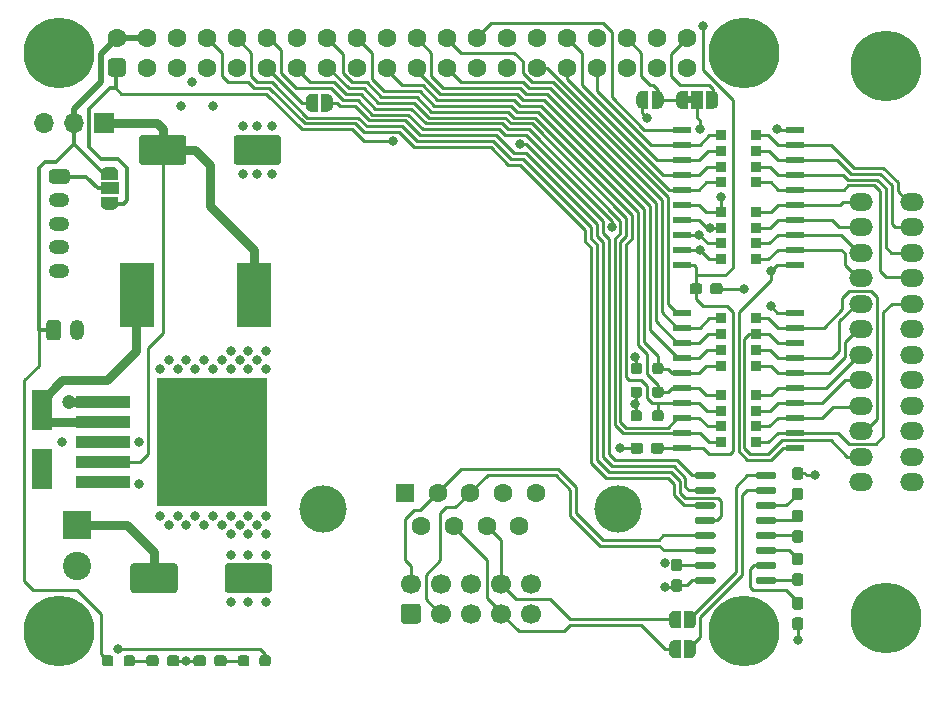
<source format=gbr>
%TF.GenerationSoftware,KiCad,Pcbnew,(5.1.12)-1*%
%TF.CreationDate,2022-01-13T19:50:35+01:00*%
%TF.ProjectId,GrasPiB_v1,47726173-5069-4425-9f76-312e6b696361,2*%
%TF.SameCoordinates,PX6779420PY3305860*%
%TF.FileFunction,Copper,L1,Top*%
%TF.FilePolarity,Positive*%
%FSLAX46Y46*%
G04 Gerber Fmt 4.6, Leading zero omitted, Abs format (unit mm)*
G04 Created by KiCad (PCBNEW (5.1.12)-1) date 2022-01-13 19:50:35*
%MOMM*%
%LPD*%
G01*
G04 APERTURE LIST*
%TA.AperFunction,EtchedComponent*%
%ADD10C,0.100000*%
%TD*%
%TA.AperFunction,ComponentPad*%
%ADD11O,1.750000X1.200000*%
%TD*%
%TA.AperFunction,ComponentPad*%
%ADD12C,1.600000*%
%TD*%
%TA.AperFunction,WasherPad*%
%ADD13C,6.000000*%
%TD*%
%TA.AperFunction,ComponentPad*%
%ADD14O,1.700000X1.700000*%
%TD*%
%TA.AperFunction,ComponentPad*%
%ADD15R,1.700000X1.700000*%
%TD*%
%TA.AperFunction,ComponentPad*%
%ADD16C,1.700000*%
%TD*%
%TA.AperFunction,SMDPad,CuDef*%
%ADD17R,1.500000X0.600000*%
%TD*%
%TA.AperFunction,ComponentPad*%
%ADD18C,2.400000*%
%TD*%
%TA.AperFunction,ComponentPad*%
%ADD19R,2.400000X2.400000*%
%TD*%
%TA.AperFunction,SMDPad,CuDef*%
%ADD20R,2.900000X5.400000*%
%TD*%
%TA.AperFunction,SMDPad,CuDef*%
%ADD21R,1.800000X3.500000*%
%TD*%
%TA.AperFunction,SMDPad,CuDef*%
%ADD22R,9.400000X10.800000*%
%TD*%
%TA.AperFunction,SMDPad,CuDef*%
%ADD23R,4.600000X1.100000*%
%TD*%
%TA.AperFunction,SMDPad,CuDef*%
%ADD24R,1.500000X1.000000*%
%TD*%
%TA.AperFunction,SMDPad,CuDef*%
%ADD25C,0.100000*%
%TD*%
%TA.AperFunction,ComponentPad*%
%ADD26O,1.200000X1.750000*%
%TD*%
%TA.AperFunction,ComponentPad*%
%ADD27O,2.000000X1.500000*%
%TD*%
%TA.AperFunction,ComponentPad*%
%ADD28C,6.000000*%
%TD*%
%TA.AperFunction,ComponentPad*%
%ADD29R,1.600000X1.600000*%
%TD*%
%TA.AperFunction,ComponentPad*%
%ADD30C,4.000000*%
%TD*%
%TA.AperFunction,SMDPad,CuDef*%
%ADD31R,1.000000X1.500000*%
%TD*%
%TA.AperFunction,SMDPad,CuDef*%
%ADD32R,0.900000X0.900000*%
%TD*%
%TA.AperFunction,ViaPad*%
%ADD33C,0.800000*%
%TD*%
%TA.AperFunction,ViaPad*%
%ADD34C,1.200000*%
%TD*%
%TA.AperFunction,Conductor*%
%ADD35C,0.250000*%
%TD*%
%TA.AperFunction,Conductor*%
%ADD36C,0.350000*%
%TD*%
%TA.AperFunction,Conductor*%
%ADD37C,0.750000*%
%TD*%
%TA.AperFunction,Conductor*%
%ADD38C,0.500000*%
%TD*%
G04 APERTURE END LIST*
D10*
%TO.C,JP3*%
G36*
X56600000Y-7200000D02*
G01*
X57100000Y-7200000D01*
X57100000Y-7800000D01*
X56600000Y-7800000D01*
X56600000Y-7200000D01*
G37*
%TD*%
D11*
%TO.P,J4,5*%
%TO.N,GND*%
X3500000Y-22000000D03*
%TO.P,J4,4*%
%TO.N,GPIO17*%
X3500000Y-20000000D03*
%TO.P,J4,3*%
%TO.N,SCL*%
X3500000Y-18000000D03*
%TO.P,J4,2*%
%TO.N,SDA*%
X3500000Y-16000000D03*
%TO.P,J4,1*%
%TO.N,Net-(J4-Pad1)*%
%TA.AperFunction,ComponentPad*%
G36*
G01*
X2874999Y-13400000D02*
X4125001Y-13400000D01*
G75*
G02*
X4375000Y-13649999I0J-249999D01*
G01*
X4375000Y-14350001D01*
G75*
G02*
X4125001Y-14600000I-249999J0D01*
G01*
X2874999Y-14600000D01*
G75*
G02*
X2625000Y-14350001I0J249999D01*
G01*
X2625000Y-13649999D01*
G75*
G02*
X2874999Y-13400000I249999J0D01*
G01*
G37*
%TD.AperFunction*%
%TD*%
%TO.P,U1,1*%
%TO.N,+3V3*%
%TA.AperFunction,ComponentPad*%
G36*
G01*
X7570000Y-5170000D02*
X7570000Y-4370000D01*
G75*
G02*
X7970000Y-3970000I400000J0D01*
G01*
X8770000Y-3970000D01*
G75*
G02*
X9170000Y-4370000I0J-400000D01*
G01*
X9170000Y-5170000D01*
G75*
G02*
X8770000Y-5570000I-400000J0D01*
G01*
X7970000Y-5570000D01*
G75*
G02*
X7570000Y-5170000I0J400000D01*
G01*
G37*
%TD.AperFunction*%
D12*
%TO.P,U1,2*%
%TO.N,+5V*%
X8370000Y-2230000D03*
%TO.P,U1,3*%
%TO.N,SDA*%
X10910000Y-4770000D03*
%TO.P,U1,4*%
%TO.N,+5V*%
X10910000Y-2230000D03*
%TO.P,U1,5*%
%TO.N,SCL*%
X13450000Y-4770000D03*
%TO.P,U1,6*%
%TO.N,GND*%
X13450000Y-2230000D03*
%TO.P,U1,7*%
%TO.N,/A_LED*%
X15990000Y-4770000D03*
%TO.P,U1,8*%
%TO.N,UART_TX*%
X15990000Y-2230000D03*
%TO.P,U1,9*%
%TO.N,GND*%
X18530000Y-4770000D03*
%TO.P,U1,10*%
%TO.N,UART_RX*%
X18530000Y-2230000D03*
%TO.P,U1,11*%
%TO.N,GPIO17*%
X21070000Y-4770000D03*
%TO.P,U1,12*%
%TO.N,TE*%
X21070000Y-2230000D03*
%TO.P,U1,13*%
%TO.N,REN*%
X23610000Y-4770000D03*
%TO.P,U1,14*%
%TO.N,GND*%
X23610000Y-2230000D03*
%TO.P,U1,15*%
%TO.N,IFC*%
X26150000Y-4770000D03*
%TO.P,U1,16*%
%TO.N,NDAC*%
X26150000Y-2230000D03*
%TO.P,U1,17*%
%TO.N,Net-(U1-Pad17)*%
X28690000Y-4770000D03*
%TO.P,U1,18*%
%TO.N,NRFD*%
X28690000Y-2230000D03*
%TO.P,U1,19*%
%TO.N,DAV*%
X31230000Y-4770000D03*
%TO.P,U1,20*%
%TO.N,GND*%
X31230000Y-2230000D03*
%TO.P,U1,21*%
%TO.N,EOI*%
X33770000Y-4770000D03*
%TO.P,U1,22*%
%TO.N,ATN*%
X33770000Y-2230000D03*
%TO.P,U1,23*%
%TO.N,SRQ*%
X36310000Y-4770000D03*
%TO.P,U1,24*%
%TO.N,DC*%
X36310000Y-2230000D03*
%TO.P,U1,25*%
%TO.N,GND*%
X38850000Y-4770000D03*
%TO.P,U1,26*%
%TO.N,PE*%
X38850000Y-2230000D03*
%TO.P,U1,27*%
%TO.N,Net-(U1-Pad27)*%
X41390000Y-4770000D03*
%TO.P,U1,28*%
%TO.N,Net-(U1-Pad28)*%
X41390000Y-2230000D03*
%TO.P,U1,29*%
%TO.N,DIO8*%
X43930000Y-4770000D03*
%TO.P,U1,30*%
%TO.N,GND*%
X43930000Y-2230000D03*
%TO.P,U1,31*%
%TO.N,DIO7*%
X46470000Y-4770000D03*
%TO.P,U1,32*%
%TO.N,DIO6*%
X46470000Y-2230000D03*
%TO.P,U1,33*%
%TO.N,DIO5*%
X49010000Y-4770000D03*
%TO.P,U1,34*%
%TO.N,GND*%
X49010000Y-2230000D03*
%TO.P,U1,35*%
%TO.N,DIO4*%
X51550000Y-4770000D03*
%TO.P,U1,36*%
%TO.N,Net-(JP2-Pad1)*%
X51550000Y-2230000D03*
%TO.P,U1,37*%
%TO.N,DIO2*%
X54090000Y-4770000D03*
%TO.P,U1,38*%
%TO.N,DIO1*%
X54090000Y-2230000D03*
%TO.P,U1,39*%
%TO.N,GND*%
X56630000Y-4770000D03*
%TO.P,U1,40*%
%TO.N,Net-(JP3-Pad3)*%
X56630000Y-2230000D03*
D13*
%TO.P,U1,*%
%TO.N,*%
X3500000Y-3500000D03*
X61500000Y-3500000D03*
X3500000Y-52500000D03*
X61500000Y-52500000D03*
%TD*%
%TO.P,R5,2*%
%TO.N,NRFD*%
%TA.AperFunction,SMDPad,CuDef*%
G36*
G01*
X53675000Y-32487500D02*
X53675000Y-32012500D01*
G75*
G02*
X53912500Y-31775000I237500J0D01*
G01*
X54412500Y-31775000D01*
G75*
G02*
X54650000Y-32012500I0J-237500D01*
G01*
X54650000Y-32487500D01*
G75*
G02*
X54412500Y-32725000I-237500J0D01*
G01*
X53912500Y-32725000D01*
G75*
G02*
X53675000Y-32487500I0J237500D01*
G01*
G37*
%TD.AperFunction*%
%TO.P,R5,1*%
%TO.N,+3V3*%
%TA.AperFunction,SMDPad,CuDef*%
G36*
G01*
X51850000Y-32487500D02*
X51850000Y-32012500D01*
G75*
G02*
X52087500Y-31775000I237500J0D01*
G01*
X52587500Y-31775000D01*
G75*
G02*
X52825000Y-32012500I0J-237500D01*
G01*
X52825000Y-32487500D01*
G75*
G02*
X52587500Y-32725000I-237500J0D01*
G01*
X52087500Y-32725000D01*
G75*
G02*
X51850000Y-32487500I0J237500D01*
G01*
G37*
%TD.AperFunction*%
%TD*%
%TO.P,R4,2*%
%TO.N,NDAC*%
%TA.AperFunction,SMDPad,CuDef*%
G36*
G01*
X53675000Y-34487500D02*
X53675000Y-34012500D01*
G75*
G02*
X53912500Y-33775000I237500J0D01*
G01*
X54412500Y-33775000D01*
G75*
G02*
X54650000Y-34012500I0J-237500D01*
G01*
X54650000Y-34487500D01*
G75*
G02*
X54412500Y-34725000I-237500J0D01*
G01*
X53912500Y-34725000D01*
G75*
G02*
X53675000Y-34487500I0J237500D01*
G01*
G37*
%TD.AperFunction*%
%TO.P,R4,1*%
%TO.N,+3V3*%
%TA.AperFunction,SMDPad,CuDef*%
G36*
G01*
X51850000Y-34487500D02*
X51850000Y-34012500D01*
G75*
G02*
X52087500Y-33775000I237500J0D01*
G01*
X52587500Y-33775000D01*
G75*
G02*
X52825000Y-34012500I0J-237500D01*
G01*
X52825000Y-34487500D01*
G75*
G02*
X52587500Y-34725000I-237500J0D01*
G01*
X52087500Y-34725000D01*
G75*
G02*
X51850000Y-34487500I0J237500D01*
G01*
G37*
%TD.AperFunction*%
%TD*%
%TO.P,R3,2*%
%TO.N,DAV*%
%TA.AperFunction,SMDPad,CuDef*%
G36*
G01*
X53675000Y-30487500D02*
X53675000Y-30012500D01*
G75*
G02*
X53912500Y-29775000I237500J0D01*
G01*
X54412500Y-29775000D01*
G75*
G02*
X54650000Y-30012500I0J-237500D01*
G01*
X54650000Y-30487500D01*
G75*
G02*
X54412500Y-30725000I-237500J0D01*
G01*
X53912500Y-30725000D01*
G75*
G02*
X53675000Y-30487500I0J237500D01*
G01*
G37*
%TD.AperFunction*%
%TO.P,R3,1*%
%TO.N,+3V3*%
%TA.AperFunction,SMDPad,CuDef*%
G36*
G01*
X51850000Y-30487500D02*
X51850000Y-30012500D01*
G75*
G02*
X52087500Y-29775000I237500J0D01*
G01*
X52587500Y-29775000D01*
G75*
G02*
X52825000Y-30012500I0J-237500D01*
G01*
X52825000Y-30487500D01*
G75*
G02*
X52587500Y-30725000I-237500J0D01*
G01*
X52087500Y-30725000D01*
G75*
G02*
X51850000Y-30487500I0J237500D01*
G01*
G37*
%TD.AperFunction*%
%TD*%
%TO.P,U2,1*%
%TO.N,Net-(C1-Pad2)*%
%TA.AperFunction,SMDPad,CuDef*%
G36*
G01*
X64200000Y-48045000D02*
X64200000Y-48345000D01*
G75*
G02*
X64050000Y-48495000I-150000J0D01*
G01*
X62600000Y-48495000D01*
G75*
G02*
X62450000Y-48345000I0J150000D01*
G01*
X62450000Y-48045000D01*
G75*
G02*
X62600000Y-47895000I150000J0D01*
G01*
X64050000Y-47895000D01*
G75*
G02*
X64200000Y-48045000I0J-150000D01*
G01*
G37*
%TD.AperFunction*%
%TO.P,U2,2*%
%TO.N,Net-(C5-Pad2)*%
%TA.AperFunction,SMDPad,CuDef*%
G36*
G01*
X64200000Y-46775000D02*
X64200000Y-47075000D01*
G75*
G02*
X64050000Y-47225000I-150000J0D01*
G01*
X62600000Y-47225000D01*
G75*
G02*
X62450000Y-47075000I0J150000D01*
G01*
X62450000Y-46775000D01*
G75*
G02*
X62600000Y-46625000I150000J0D01*
G01*
X64050000Y-46625000D01*
G75*
G02*
X64200000Y-46775000I0J-150000D01*
G01*
G37*
%TD.AperFunction*%
%TO.P,U2,3*%
%TO.N,Net-(C1-Pad1)*%
%TA.AperFunction,SMDPad,CuDef*%
G36*
G01*
X64200000Y-45505000D02*
X64200000Y-45805000D01*
G75*
G02*
X64050000Y-45955000I-150000J0D01*
G01*
X62600000Y-45955000D01*
G75*
G02*
X62450000Y-45805000I0J150000D01*
G01*
X62450000Y-45505000D01*
G75*
G02*
X62600000Y-45355000I150000J0D01*
G01*
X64050000Y-45355000D01*
G75*
G02*
X64200000Y-45505000I0J-150000D01*
G01*
G37*
%TD.AperFunction*%
%TO.P,U2,4*%
%TO.N,Net-(C3-Pad1)*%
%TA.AperFunction,SMDPad,CuDef*%
G36*
G01*
X64200000Y-44235000D02*
X64200000Y-44535000D01*
G75*
G02*
X64050000Y-44685000I-150000J0D01*
G01*
X62600000Y-44685000D01*
G75*
G02*
X62450000Y-44535000I0J150000D01*
G01*
X62450000Y-44235000D01*
G75*
G02*
X62600000Y-44085000I150000J0D01*
G01*
X64050000Y-44085000D01*
G75*
G02*
X64200000Y-44235000I0J-150000D01*
G01*
G37*
%TD.AperFunction*%
%TO.P,U2,5*%
%TO.N,Net-(C3-Pad2)*%
%TA.AperFunction,SMDPad,CuDef*%
G36*
G01*
X64200000Y-42965000D02*
X64200000Y-43265000D01*
G75*
G02*
X64050000Y-43415000I-150000J0D01*
G01*
X62600000Y-43415000D01*
G75*
G02*
X62450000Y-43265000I0J150000D01*
G01*
X62450000Y-42965000D01*
G75*
G02*
X62600000Y-42815000I150000J0D01*
G01*
X64050000Y-42815000D01*
G75*
G02*
X64200000Y-42965000I0J-150000D01*
G01*
G37*
%TD.AperFunction*%
%TO.P,U2,6*%
%TO.N,Net-(C4-Pad2)*%
%TA.AperFunction,SMDPad,CuDef*%
G36*
G01*
X64200000Y-41695000D02*
X64200000Y-41995000D01*
G75*
G02*
X64050000Y-42145000I-150000J0D01*
G01*
X62600000Y-42145000D01*
G75*
G02*
X62450000Y-41995000I0J150000D01*
G01*
X62450000Y-41695000D01*
G75*
G02*
X62600000Y-41545000I150000J0D01*
G01*
X64050000Y-41545000D01*
G75*
G02*
X64200000Y-41695000I0J-150000D01*
G01*
G37*
%TD.AperFunction*%
%TO.P,U2,7*%
%TO.N,Net-(JP5-Pad1)*%
%TA.AperFunction,SMDPad,CuDef*%
G36*
G01*
X64200000Y-40425000D02*
X64200000Y-40725000D01*
G75*
G02*
X64050000Y-40875000I-150000J0D01*
G01*
X62600000Y-40875000D01*
G75*
G02*
X62450000Y-40725000I0J150000D01*
G01*
X62450000Y-40425000D01*
G75*
G02*
X62600000Y-40275000I150000J0D01*
G01*
X64050000Y-40275000D01*
G75*
G02*
X64200000Y-40425000I0J-150000D01*
G01*
G37*
%TD.AperFunction*%
%TO.P,U2,8*%
%TO.N,Net-(JP4-Pad1)*%
%TA.AperFunction,SMDPad,CuDef*%
G36*
G01*
X64200000Y-39155000D02*
X64200000Y-39455000D01*
G75*
G02*
X64050000Y-39605000I-150000J0D01*
G01*
X62600000Y-39605000D01*
G75*
G02*
X62450000Y-39455000I0J150000D01*
G01*
X62450000Y-39155000D01*
G75*
G02*
X62600000Y-39005000I150000J0D01*
G01*
X64050000Y-39005000D01*
G75*
G02*
X64200000Y-39155000I0J-150000D01*
G01*
G37*
%TD.AperFunction*%
%TO.P,U2,9*%
%TO.N,UART_CTS*%
%TA.AperFunction,SMDPad,CuDef*%
G36*
G01*
X59050000Y-39155000D02*
X59050000Y-39455000D01*
G75*
G02*
X58900000Y-39605000I-150000J0D01*
G01*
X57450000Y-39605000D01*
G75*
G02*
X57300000Y-39455000I0J150000D01*
G01*
X57300000Y-39155000D01*
G75*
G02*
X57450000Y-39005000I150000J0D01*
G01*
X58900000Y-39005000D01*
G75*
G02*
X59050000Y-39155000I0J-150000D01*
G01*
G37*
%TD.AperFunction*%
%TO.P,U2,10*%
%TO.N,UART_RTS*%
%TA.AperFunction,SMDPad,CuDef*%
G36*
G01*
X59050000Y-40425000D02*
X59050000Y-40725000D01*
G75*
G02*
X58900000Y-40875000I-150000J0D01*
G01*
X57450000Y-40875000D01*
G75*
G02*
X57300000Y-40725000I0J150000D01*
G01*
X57300000Y-40425000D01*
G75*
G02*
X57450000Y-40275000I150000J0D01*
G01*
X58900000Y-40275000D01*
G75*
G02*
X59050000Y-40425000I0J-150000D01*
G01*
G37*
%TD.AperFunction*%
%TO.P,U2,11*%
%TO.N,UART_TX*%
%TA.AperFunction,SMDPad,CuDef*%
G36*
G01*
X59050000Y-41695000D02*
X59050000Y-41995000D01*
G75*
G02*
X58900000Y-42145000I-150000J0D01*
G01*
X57450000Y-42145000D01*
G75*
G02*
X57300000Y-41995000I0J150000D01*
G01*
X57300000Y-41695000D01*
G75*
G02*
X57450000Y-41545000I150000J0D01*
G01*
X58900000Y-41545000D01*
G75*
G02*
X59050000Y-41695000I0J-150000D01*
G01*
G37*
%TD.AperFunction*%
%TO.P,U2,12*%
%TO.N,UART_RX*%
%TA.AperFunction,SMDPad,CuDef*%
G36*
G01*
X59050000Y-42965000D02*
X59050000Y-43265000D01*
G75*
G02*
X58900000Y-43415000I-150000J0D01*
G01*
X57450000Y-43415000D01*
G75*
G02*
X57300000Y-43265000I0J150000D01*
G01*
X57300000Y-42965000D01*
G75*
G02*
X57450000Y-42815000I150000J0D01*
G01*
X58900000Y-42815000D01*
G75*
G02*
X59050000Y-42965000I0J-150000D01*
G01*
G37*
%TD.AperFunction*%
%TO.P,U2,13*%
%TO.N,/RS232_RX*%
%TA.AperFunction,SMDPad,CuDef*%
G36*
G01*
X59050000Y-44235000D02*
X59050000Y-44535000D01*
G75*
G02*
X58900000Y-44685000I-150000J0D01*
G01*
X57450000Y-44685000D01*
G75*
G02*
X57300000Y-44535000I0J150000D01*
G01*
X57300000Y-44235000D01*
G75*
G02*
X57450000Y-44085000I150000J0D01*
G01*
X58900000Y-44085000D01*
G75*
G02*
X59050000Y-44235000I0J-150000D01*
G01*
G37*
%TD.AperFunction*%
%TO.P,U2,14*%
%TO.N,/RS232_TX*%
%TA.AperFunction,SMDPad,CuDef*%
G36*
G01*
X59050000Y-45505000D02*
X59050000Y-45805000D01*
G75*
G02*
X58900000Y-45955000I-150000J0D01*
G01*
X57450000Y-45955000D01*
G75*
G02*
X57300000Y-45805000I0J150000D01*
G01*
X57300000Y-45505000D01*
G75*
G02*
X57450000Y-45355000I150000J0D01*
G01*
X58900000Y-45355000D01*
G75*
G02*
X59050000Y-45505000I0J-150000D01*
G01*
G37*
%TD.AperFunction*%
%TO.P,U2,15*%
%TO.N,GND*%
%TA.AperFunction,SMDPad,CuDef*%
G36*
G01*
X59050000Y-46775000D02*
X59050000Y-47075000D01*
G75*
G02*
X58900000Y-47225000I-150000J0D01*
G01*
X57450000Y-47225000D01*
G75*
G02*
X57300000Y-47075000I0J150000D01*
G01*
X57300000Y-46775000D01*
G75*
G02*
X57450000Y-46625000I150000J0D01*
G01*
X58900000Y-46625000D01*
G75*
G02*
X59050000Y-46775000I0J-150000D01*
G01*
G37*
%TD.AperFunction*%
%TO.P,U2,16*%
%TO.N,+3V3*%
%TA.AperFunction,SMDPad,CuDef*%
G36*
G01*
X59050000Y-48045000D02*
X59050000Y-48345000D01*
G75*
G02*
X58900000Y-48495000I-150000J0D01*
G01*
X57450000Y-48495000D01*
G75*
G02*
X57300000Y-48345000I0J150000D01*
G01*
X57300000Y-48045000D01*
G75*
G02*
X57450000Y-47895000I150000J0D01*
G01*
X58900000Y-47895000D01*
G75*
G02*
X59050000Y-48045000I0J-150000D01*
G01*
G37*
%TD.AperFunction*%
%TD*%
D14*
%TO.P,JP7,3*%
%TO.N,+12V*%
X2210000Y-9500000D03*
%TO.P,JP7,2*%
%TO.N,+5V*%
X4750000Y-9500000D03*
D15*
%TO.P,JP7,1*%
%TO.N,+5VP*%
X7290000Y-9500000D03*
%TD*%
D16*
%TO.P,J6,10*%
%TO.N,Net-(J6-Pad10)*%
X43410000Y-48460000D03*
%TO.P,J6,8*%
%TO.N,/RS232_CTS*%
X40870000Y-48460000D03*
%TO.P,J6,6*%
%TO.N,Net-(J6-Pad6)*%
X38330000Y-48460000D03*
%TO.P,J6,4*%
%TO.N,Net-(J6-Pad4)*%
X35790000Y-48460000D03*
%TO.P,J6,2*%
%TO.N,/RS232_RX*%
X33250000Y-48460000D03*
%TO.P,J6,9*%
%TO.N,Net-(J6-Pad9)*%
X43410000Y-51000000D03*
%TO.P,J6,7*%
%TO.N,/RS232_RTS*%
X40870000Y-51000000D03*
%TO.P,J6,5*%
%TO.N,GND*%
X38330000Y-51000000D03*
%TO.P,J6,3*%
%TO.N,/RS232_TX*%
X35790000Y-51000000D03*
%TO.P,J6,1*%
%TO.N,Net-(J6-Pad1)*%
%TA.AperFunction,ComponentPad*%
G36*
G01*
X33850000Y-51850000D02*
X32650000Y-51850000D01*
G75*
G02*
X32400000Y-51600000I0J250000D01*
G01*
X32400000Y-50400000D01*
G75*
G02*
X32650000Y-50150000I250000J0D01*
G01*
X33850000Y-50150000D01*
G75*
G02*
X34100000Y-50400000I0J-250000D01*
G01*
X34100000Y-51600000D01*
G75*
G02*
X33850000Y-51850000I-250000J0D01*
G01*
G37*
%TD.AperFunction*%
%TD*%
D17*
%TO.P,U4,6*%
%TO.N,/GPIB_DAV*%
X65750000Y-30615000D03*
%TO.P,U4,5*%
%TO.N,/GPIB_NRFD*%
X65750000Y-31885000D03*
%TO.P,U4,4*%
%TO.N,/GPIB_NDAC*%
X65750000Y-33155000D03*
%TO.P,U4,3*%
%TO.N,/GPIB_IFC*%
X65750000Y-34425000D03*
%TO.P,U4,2*%
%TO.N,/GPIB_REN*%
X65750000Y-35695000D03*
%TO.P,U4,1*%
%TO.N,TE*%
X65750000Y-36965000D03*
%TO.P,U4,7*%
%TO.N,/GPIB_EOI*%
X65750000Y-29345000D03*
%TO.P,U4,8*%
%TO.N,/GPIB_ATN*%
X65750000Y-28075000D03*
%TO.P,U4,9*%
%TO.N,/GPIB_SRQ*%
X65750000Y-26805000D03*
%TO.P,U4,10*%
%TO.N,GND*%
X65750000Y-25535000D03*
%TO.P,U4,11*%
%TO.N,DC*%
X56250000Y-25535000D03*
%TO.P,U4,12*%
%TO.N,SRQ*%
X56250000Y-26805000D03*
%TO.P,U4,13*%
%TO.N,ATN*%
X56250000Y-28075000D03*
%TO.P,U4,14*%
%TO.N,EOI*%
X56250000Y-29345000D03*
%TO.P,U4,15*%
%TO.N,DAV*%
X56250000Y-30615000D03*
%TO.P,U4,16*%
%TO.N,NRFD*%
X56250000Y-31885000D03*
%TO.P,U4,17*%
%TO.N,NDAC*%
X56250000Y-33155000D03*
%TO.P,U4,18*%
%TO.N,IFC*%
X56250000Y-34425000D03*
%TO.P,U4,19*%
%TO.N,REN*%
X56250000Y-35695000D03*
%TO.P,U4,20*%
%TO.N,+5V*%
X56250000Y-36965000D03*
%TD*%
D18*
%TO.P,J5,2*%
%TO.N,GND*%
X5000000Y-47000000D03*
D19*
%TO.P,J5,1*%
%TO.N,+12V*%
X5000000Y-43500000D03*
%TD*%
D20*
%TO.P,L1,2*%
%TO.N,+5VP*%
X19950000Y-24000000D03*
%TO.P,L1,1*%
%TO.N,Net-(D3-Pad1)*%
X10050000Y-24000000D03*
%TD*%
D21*
%TO.P,D3,2*%
%TO.N,GND*%
X2000000Y-38750000D03*
%TO.P,D3,1*%
%TO.N,Net-(D3-Pad1)*%
X2000000Y-33750000D03*
%TD*%
D22*
%TO.P,U5,3*%
%TO.N,GND*%
X16375000Y-36500000D03*
D23*
%TO.P,U5,5*%
X7225000Y-39900000D03*
%TO.P,U5,4*%
%TO.N,+5VP*%
X7225000Y-38200000D03*
%TO.P,U5,3*%
%TO.N,GND*%
X7225000Y-36500000D03*
%TO.P,U5,2*%
%TO.N,Net-(D3-Pad1)*%
X7225000Y-34800000D03*
%TO.P,U5,1*%
%TO.N,+12V*%
X7225000Y-33100000D03*
%TD*%
D24*
%TO.P,JP6,2*%
%TO.N,Net-(J4-Pad1)*%
X7750000Y-15000000D03*
%TA.AperFunction,SMDPad,CuDef*%
D25*
%TO.P,JP6,3*%
%TO.N,+5V*%
G36*
X7000602Y-13700000D02*
G01*
X7000602Y-13675466D01*
X7005412Y-13626635D01*
X7014984Y-13578510D01*
X7029228Y-13531555D01*
X7048005Y-13486222D01*
X7071136Y-13442949D01*
X7098396Y-13402150D01*
X7129524Y-13364221D01*
X7164221Y-13329524D01*
X7202150Y-13298396D01*
X7242949Y-13271136D01*
X7286222Y-13248005D01*
X7331555Y-13229228D01*
X7378510Y-13214984D01*
X7426635Y-13205412D01*
X7475466Y-13200602D01*
X7500000Y-13200602D01*
X7500000Y-13200000D01*
X8000000Y-13200000D01*
X8000000Y-13200602D01*
X8024534Y-13200602D01*
X8073365Y-13205412D01*
X8121490Y-13214984D01*
X8168445Y-13229228D01*
X8213778Y-13248005D01*
X8257051Y-13271136D01*
X8297850Y-13298396D01*
X8335779Y-13329524D01*
X8370476Y-13364221D01*
X8401604Y-13402150D01*
X8428864Y-13442949D01*
X8451995Y-13486222D01*
X8470772Y-13531555D01*
X8485016Y-13578510D01*
X8494588Y-13626635D01*
X8499398Y-13675466D01*
X8499398Y-13700000D01*
X8500000Y-13700000D01*
X8500000Y-14250000D01*
X7000000Y-14250000D01*
X7000000Y-13700000D01*
X7000602Y-13700000D01*
G37*
%TD.AperFunction*%
%TA.AperFunction,SMDPad,CuDef*%
%TO.P,JP6,1*%
%TO.N,+3V3*%
G36*
X8500000Y-15750000D02*
G01*
X8500000Y-16300000D01*
X8499398Y-16300000D01*
X8499398Y-16324534D01*
X8494588Y-16373365D01*
X8485016Y-16421490D01*
X8470772Y-16468445D01*
X8451995Y-16513778D01*
X8428864Y-16557051D01*
X8401604Y-16597850D01*
X8370476Y-16635779D01*
X8335779Y-16670476D01*
X8297850Y-16701604D01*
X8257051Y-16728864D01*
X8213778Y-16751995D01*
X8168445Y-16770772D01*
X8121490Y-16785016D01*
X8073365Y-16794588D01*
X8024534Y-16799398D01*
X8000000Y-16799398D01*
X8000000Y-16800000D01*
X7500000Y-16800000D01*
X7500000Y-16799398D01*
X7475466Y-16799398D01*
X7426635Y-16794588D01*
X7378510Y-16785016D01*
X7331555Y-16770772D01*
X7286222Y-16751995D01*
X7242949Y-16728864D01*
X7202150Y-16701604D01*
X7164221Y-16670476D01*
X7129524Y-16635779D01*
X7098396Y-16597850D01*
X7071136Y-16557051D01*
X7048005Y-16513778D01*
X7029228Y-16468445D01*
X7014984Y-16421490D01*
X7005412Y-16373365D01*
X7000602Y-16324534D01*
X7000602Y-16300000D01*
X7000000Y-16300000D01*
X7000000Y-15750000D01*
X8500000Y-15750000D01*
G37*
%TD.AperFunction*%
%TD*%
D26*
%TO.P,J3,2*%
%TO.N,GND*%
X5000000Y-27000000D03*
%TO.P,J3,1*%
%TO.N,+5V*%
%TA.AperFunction,ComponentPad*%
G36*
G01*
X2400000Y-27625001D02*
X2400000Y-26374999D01*
G75*
G02*
X2649999Y-26125000I249999J0D01*
G01*
X3350001Y-26125000D01*
G75*
G02*
X3600000Y-26374999I0J-249999D01*
G01*
X3600000Y-27625001D01*
G75*
G02*
X3350001Y-27875000I-249999J0D01*
G01*
X2649999Y-27875000D01*
G75*
G02*
X2400000Y-27625001I0J249999D01*
G01*
G37*
%TD.AperFunction*%
%TD*%
%TO.P,C9,2*%
%TO.N,GND*%
%TA.AperFunction,SMDPad,CuDef*%
G36*
G01*
X18250000Y-12750000D02*
X18250000Y-10750000D01*
G75*
G02*
X18500000Y-10500000I250000J0D01*
G01*
X22000000Y-10500000D01*
G75*
G02*
X22250000Y-10750000I0J-250000D01*
G01*
X22250000Y-12750000D01*
G75*
G02*
X22000000Y-13000000I-250000J0D01*
G01*
X18500000Y-13000000D01*
G75*
G02*
X18250000Y-12750000I0J250000D01*
G01*
G37*
%TD.AperFunction*%
%TO.P,C9,1*%
%TO.N,+5VP*%
%TA.AperFunction,SMDPad,CuDef*%
G36*
G01*
X10250000Y-12750000D02*
X10250000Y-10750000D01*
G75*
G02*
X10500000Y-10500000I250000J0D01*
G01*
X14000000Y-10500000D01*
G75*
G02*
X14250000Y-10750000I0J-250000D01*
G01*
X14250000Y-12750000D01*
G75*
G02*
X14000000Y-13000000I-250000J0D01*
G01*
X10500000Y-13000000D01*
G75*
G02*
X10250000Y-12750000I0J250000D01*
G01*
G37*
%TD.AperFunction*%
%TD*%
%TO.P,C8,2*%
%TO.N,GND*%
%TA.AperFunction,SMDPad,CuDef*%
G36*
G01*
X17500000Y-49000000D02*
X17500000Y-47000000D01*
G75*
G02*
X17750000Y-46750000I250000J0D01*
G01*
X21250000Y-46750000D01*
G75*
G02*
X21500000Y-47000000I0J-250000D01*
G01*
X21500000Y-49000000D01*
G75*
G02*
X21250000Y-49250000I-250000J0D01*
G01*
X17750000Y-49250000D01*
G75*
G02*
X17500000Y-49000000I0J250000D01*
G01*
G37*
%TD.AperFunction*%
%TO.P,C8,1*%
%TO.N,+12V*%
%TA.AperFunction,SMDPad,CuDef*%
G36*
G01*
X9500000Y-49000000D02*
X9500000Y-47000000D01*
G75*
G02*
X9750000Y-46750000I250000J0D01*
G01*
X13250000Y-46750000D01*
G75*
G02*
X13500000Y-47000000I0J-250000D01*
G01*
X13500000Y-49000000D01*
G75*
G02*
X13250000Y-49250000I-250000J0D01*
G01*
X9750000Y-49250000D01*
G75*
G02*
X9500000Y-49000000I0J250000D01*
G01*
G37*
%TD.AperFunction*%
%TD*%
D27*
%TO.P,J2,1*%
%TO.N,/GPIB_DIO1*%
X71355000Y-16120000D03*
%TO.P,J2,2*%
%TO.N,/GPIB_DIO2*%
X71355000Y-18280000D03*
%TO.P,J2,3*%
%TO.N,/GPIB_DIO3*%
X71355000Y-20440000D03*
%TO.P,J2,4*%
%TO.N,/GPIB_DIO4*%
X71355000Y-22600000D03*
%TO.P,J2,5*%
%TO.N,/GPIB_EOI*%
X71355000Y-24760000D03*
%TO.P,J2,6*%
%TO.N,/GPIB_DAV*%
X71355000Y-26920000D03*
%TO.P,J2,7*%
%TO.N,/GPIB_NRFD*%
X71355000Y-29080000D03*
%TO.P,J2,8*%
%TO.N,/GPIB_NDAC*%
X71355000Y-31240000D03*
%TO.P,J2,9*%
%TO.N,/GPIB_IFC*%
X71355000Y-33400000D03*
%TO.P,J2,10*%
%TO.N,/GPIB_SRQ*%
X71355000Y-35560000D03*
%TO.P,J2,11*%
%TO.N,/GPIB_ATN*%
X71355000Y-37720000D03*
%TO.P,J2,12*%
%TO.N,GND*%
X71355000Y-39880000D03*
%TO.P,J2,13*%
%TO.N,/GPIB_DIO5*%
X75645000Y-16120000D03*
%TO.P,J2,14*%
%TO.N,/GPIB_DIO6*%
X75645000Y-18280000D03*
%TO.P,J2,15*%
%TO.N,/GPIB_DIO7*%
X75645000Y-20440000D03*
%TO.P,J2,16*%
%TO.N,/GPIB_DIO8*%
X75645000Y-22600000D03*
%TO.P,J2,17*%
%TO.N,/GPIB_REN*%
X75645000Y-24760000D03*
%TO.P,J2,18*%
%TO.N,GND*%
X75645000Y-26920000D03*
%TO.P,J2,19*%
X75645000Y-29080000D03*
%TO.P,J2,20*%
X75645000Y-31240000D03*
%TO.P,J2,21*%
X75645000Y-33400000D03*
%TO.P,J2,22*%
X75645000Y-35560000D03*
%TO.P,J2,23*%
X75645000Y-37720000D03*
%TO.P,J2,24*%
X75645000Y-39880000D03*
D28*
%TO.P,J2,25*%
X73500000Y-51400000D03*
X73500000Y-4600000D03*
%TD*%
%TO.P,C1,1*%
%TO.N,Net-(C1-Pad1)*%
%TA.AperFunction,SMDPad,CuDef*%
G36*
G01*
X65762500Y-45850000D02*
X66237500Y-45850000D01*
G75*
G02*
X66475000Y-46087500I0J-237500D01*
G01*
X66475000Y-46687500D01*
G75*
G02*
X66237500Y-46925000I-237500J0D01*
G01*
X65762500Y-46925000D01*
G75*
G02*
X65525000Y-46687500I0J237500D01*
G01*
X65525000Y-46087500D01*
G75*
G02*
X65762500Y-45850000I237500J0D01*
G01*
G37*
%TD.AperFunction*%
%TO.P,C1,2*%
%TO.N,Net-(C1-Pad2)*%
%TA.AperFunction,SMDPad,CuDef*%
G36*
G01*
X65762500Y-47575000D02*
X66237500Y-47575000D01*
G75*
G02*
X66475000Y-47812500I0J-237500D01*
G01*
X66475000Y-48412500D01*
G75*
G02*
X66237500Y-48650000I-237500J0D01*
G01*
X65762500Y-48650000D01*
G75*
G02*
X65525000Y-48412500I0J237500D01*
G01*
X65525000Y-47812500D01*
G75*
G02*
X65762500Y-47575000I237500J0D01*
G01*
G37*
%TD.AperFunction*%
%TD*%
%TO.P,C2,2*%
%TO.N,+3V3*%
%TA.AperFunction,SMDPad,CuDef*%
G36*
G01*
X55512500Y-48075000D02*
X55987500Y-48075000D01*
G75*
G02*
X56225000Y-48312500I0J-237500D01*
G01*
X56225000Y-48912500D01*
G75*
G02*
X55987500Y-49150000I-237500J0D01*
G01*
X55512500Y-49150000D01*
G75*
G02*
X55275000Y-48912500I0J237500D01*
G01*
X55275000Y-48312500D01*
G75*
G02*
X55512500Y-48075000I237500J0D01*
G01*
G37*
%TD.AperFunction*%
%TO.P,C2,1*%
%TO.N,GND*%
%TA.AperFunction,SMDPad,CuDef*%
G36*
G01*
X55512500Y-46350000D02*
X55987500Y-46350000D01*
G75*
G02*
X56225000Y-46587500I0J-237500D01*
G01*
X56225000Y-47187500D01*
G75*
G02*
X55987500Y-47425000I-237500J0D01*
G01*
X55512500Y-47425000D01*
G75*
G02*
X55275000Y-47187500I0J237500D01*
G01*
X55275000Y-46587500D01*
G75*
G02*
X55512500Y-46350000I237500J0D01*
G01*
G37*
%TD.AperFunction*%
%TD*%
%TO.P,C3,1*%
%TO.N,Net-(C3-Pad1)*%
%TA.AperFunction,SMDPad,CuDef*%
G36*
G01*
X66237500Y-45012500D02*
X65762500Y-45012500D01*
G75*
G02*
X65525000Y-44775000I0J237500D01*
G01*
X65525000Y-44175000D01*
G75*
G02*
X65762500Y-43937500I237500J0D01*
G01*
X66237500Y-43937500D01*
G75*
G02*
X66475000Y-44175000I0J-237500D01*
G01*
X66475000Y-44775000D01*
G75*
G02*
X66237500Y-45012500I-237500J0D01*
G01*
G37*
%TD.AperFunction*%
%TO.P,C3,2*%
%TO.N,Net-(C3-Pad2)*%
%TA.AperFunction,SMDPad,CuDef*%
G36*
G01*
X66237500Y-43287500D02*
X65762500Y-43287500D01*
G75*
G02*
X65525000Y-43050000I0J237500D01*
G01*
X65525000Y-42450000D01*
G75*
G02*
X65762500Y-42212500I237500J0D01*
G01*
X66237500Y-42212500D01*
G75*
G02*
X66475000Y-42450000I0J-237500D01*
G01*
X66475000Y-43050000D01*
G75*
G02*
X66237500Y-43287500I-237500J0D01*
G01*
G37*
%TD.AperFunction*%
%TD*%
%TO.P,C4,2*%
%TO.N,Net-(C4-Pad2)*%
%TA.AperFunction,SMDPad,CuDef*%
G36*
G01*
X65762500Y-40325000D02*
X66237500Y-40325000D01*
G75*
G02*
X66475000Y-40562500I0J-237500D01*
G01*
X66475000Y-41162500D01*
G75*
G02*
X66237500Y-41400000I-237500J0D01*
G01*
X65762500Y-41400000D01*
G75*
G02*
X65525000Y-41162500I0J237500D01*
G01*
X65525000Y-40562500D01*
G75*
G02*
X65762500Y-40325000I237500J0D01*
G01*
G37*
%TD.AperFunction*%
%TO.P,C4,1*%
%TO.N,GND*%
%TA.AperFunction,SMDPad,CuDef*%
G36*
G01*
X65762500Y-38600000D02*
X66237500Y-38600000D01*
G75*
G02*
X66475000Y-38837500I0J-237500D01*
G01*
X66475000Y-39437500D01*
G75*
G02*
X66237500Y-39675000I-237500J0D01*
G01*
X65762500Y-39675000D01*
G75*
G02*
X65525000Y-39437500I0J237500D01*
G01*
X65525000Y-38837500D01*
G75*
G02*
X65762500Y-38600000I237500J0D01*
G01*
G37*
%TD.AperFunction*%
%TD*%
%TO.P,C5,1*%
%TO.N,GND*%
%TA.AperFunction,SMDPad,CuDef*%
G36*
G01*
X66237500Y-52400000D02*
X65762500Y-52400000D01*
G75*
G02*
X65525000Y-52162500I0J237500D01*
G01*
X65525000Y-51562500D01*
G75*
G02*
X65762500Y-51325000I237500J0D01*
G01*
X66237500Y-51325000D01*
G75*
G02*
X66475000Y-51562500I0J-237500D01*
G01*
X66475000Y-52162500D01*
G75*
G02*
X66237500Y-52400000I-237500J0D01*
G01*
G37*
%TD.AperFunction*%
%TO.P,C5,2*%
%TO.N,Net-(C5-Pad2)*%
%TA.AperFunction,SMDPad,CuDef*%
G36*
G01*
X66237500Y-50675000D02*
X65762500Y-50675000D01*
G75*
G02*
X65525000Y-50437500I0J237500D01*
G01*
X65525000Y-49837500D01*
G75*
G02*
X65762500Y-49600000I237500J0D01*
G01*
X66237500Y-49600000D01*
G75*
G02*
X66475000Y-49837500I0J-237500D01*
G01*
X66475000Y-50437500D01*
G75*
G02*
X66237500Y-50675000I-237500J0D01*
G01*
G37*
%TD.AperFunction*%
%TD*%
%TO.P,C6,2*%
%TO.N,+5V*%
%TA.AperFunction,SMDPad,CuDef*%
G36*
G01*
X57925000Y-23262500D02*
X57925000Y-23737500D01*
G75*
G02*
X57687500Y-23975000I-237500J0D01*
G01*
X57087500Y-23975000D01*
G75*
G02*
X56850000Y-23737500I0J237500D01*
G01*
X56850000Y-23262500D01*
G75*
G02*
X57087500Y-23025000I237500J0D01*
G01*
X57687500Y-23025000D01*
G75*
G02*
X57925000Y-23262500I0J-237500D01*
G01*
G37*
%TD.AperFunction*%
%TO.P,C6,1*%
%TO.N,GND*%
%TA.AperFunction,SMDPad,CuDef*%
G36*
G01*
X59650000Y-23262500D02*
X59650000Y-23737500D01*
G75*
G02*
X59412500Y-23975000I-237500J0D01*
G01*
X58812500Y-23975000D01*
G75*
G02*
X58575000Y-23737500I0J237500D01*
G01*
X58575000Y-23262500D01*
G75*
G02*
X58812500Y-23025000I237500J0D01*
G01*
X59412500Y-23025000D01*
G75*
G02*
X59650000Y-23262500I0J-237500D01*
G01*
G37*
%TD.AperFunction*%
%TD*%
%TO.P,C7,1*%
%TO.N,GND*%
%TA.AperFunction,SMDPad,CuDef*%
G36*
G01*
X51850000Y-37237500D02*
X51850000Y-36762500D01*
G75*
G02*
X52087500Y-36525000I237500J0D01*
G01*
X52687500Y-36525000D01*
G75*
G02*
X52925000Y-36762500I0J-237500D01*
G01*
X52925000Y-37237500D01*
G75*
G02*
X52687500Y-37475000I-237500J0D01*
G01*
X52087500Y-37475000D01*
G75*
G02*
X51850000Y-37237500I0J237500D01*
G01*
G37*
%TD.AperFunction*%
%TO.P,C7,2*%
%TO.N,+5V*%
%TA.AperFunction,SMDPad,CuDef*%
G36*
G01*
X53575000Y-37237500D02*
X53575000Y-36762500D01*
G75*
G02*
X53812500Y-36525000I237500J0D01*
G01*
X54412500Y-36525000D01*
G75*
G02*
X54650000Y-36762500I0J-237500D01*
G01*
X54650000Y-37237500D01*
G75*
G02*
X54412500Y-37475000I-237500J0D01*
G01*
X53812500Y-37475000D01*
G75*
G02*
X53575000Y-37237500I0J237500D01*
G01*
G37*
%TD.AperFunction*%
%TD*%
%TO.P,D1,1*%
%TO.N,GND*%
%TA.AperFunction,SMDPad,CuDef*%
G36*
G01*
X14850000Y-55237500D02*
X14850000Y-54762500D01*
G75*
G02*
X15087500Y-54525000I237500J0D01*
G01*
X15662500Y-54525000D01*
G75*
G02*
X15900000Y-54762500I0J-237500D01*
G01*
X15900000Y-55237500D01*
G75*
G02*
X15662500Y-55475000I-237500J0D01*
G01*
X15087500Y-55475000D01*
G75*
G02*
X14850000Y-55237500I0J237500D01*
G01*
G37*
%TD.AperFunction*%
%TO.P,D1,2*%
%TO.N,Net-(D1-Pad2)*%
%TA.AperFunction,SMDPad,CuDef*%
G36*
G01*
X16600000Y-55237500D02*
X16600000Y-54762500D01*
G75*
G02*
X16837500Y-54525000I237500J0D01*
G01*
X17412500Y-54525000D01*
G75*
G02*
X17650000Y-54762500I0J-237500D01*
G01*
X17650000Y-55237500D01*
G75*
G02*
X17412500Y-55475000I-237500J0D01*
G01*
X16837500Y-55475000D01*
G75*
G02*
X16600000Y-55237500I0J237500D01*
G01*
G37*
%TD.AperFunction*%
%TD*%
%TO.P,D2,2*%
%TO.N,Net-(D2-Pad2)*%
%TA.AperFunction,SMDPad,CuDef*%
G36*
G01*
X11900000Y-54762500D02*
X11900000Y-55237500D01*
G75*
G02*
X11662500Y-55475000I-237500J0D01*
G01*
X11087500Y-55475000D01*
G75*
G02*
X10850000Y-55237500I0J237500D01*
G01*
X10850000Y-54762500D01*
G75*
G02*
X11087500Y-54525000I237500J0D01*
G01*
X11662500Y-54525000D01*
G75*
G02*
X11900000Y-54762500I0J-237500D01*
G01*
G37*
%TD.AperFunction*%
%TO.P,D2,1*%
%TO.N,GND*%
%TA.AperFunction,SMDPad,CuDef*%
G36*
G01*
X13650000Y-54762500D02*
X13650000Y-55237500D01*
G75*
G02*
X13412500Y-55475000I-237500J0D01*
G01*
X12837500Y-55475000D01*
G75*
G02*
X12600000Y-55237500I0J237500D01*
G01*
X12600000Y-54762500D01*
G75*
G02*
X12837500Y-54525000I237500J0D01*
G01*
X13412500Y-54525000D01*
G75*
G02*
X13650000Y-54762500I0J-237500D01*
G01*
G37*
%TD.AperFunction*%
%TD*%
D29*
%TO.P,J1,1*%
%TO.N,Net-(J1-Pad1)*%
X32750000Y-40750000D03*
D12*
%TO.P,J1,2*%
%TO.N,/RS232_RX*%
X35520000Y-40750000D03*
%TO.P,J1,3*%
%TO.N,/RS232_TX*%
X38290000Y-40750000D03*
%TO.P,J1,4*%
%TO.N,Net-(J1-Pad4)*%
X41060000Y-40750000D03*
%TO.P,J1,5*%
%TO.N,GND*%
X43830000Y-40750000D03*
%TO.P,J1,6*%
%TO.N,Net-(J1-Pad6)*%
X34135000Y-43590000D03*
%TO.P,J1,7*%
%TO.N,/RS232_RTS*%
X36905000Y-43590000D03*
%TO.P,J1,8*%
%TO.N,/RS232_CTS*%
X39675000Y-43590000D03*
%TO.P,J1,9*%
%TO.N,Net-(J1-Pad9)*%
X42445000Y-43590000D03*
D30*
%TO.P,J1,0*%
%TO.N,GND*%
X25790000Y-42170000D03*
X50790000Y-42170000D03*
%TD*%
%TA.AperFunction,SMDPad,CuDef*%
D25*
%TO.P,JP1,1*%
%TO.N,UART_RTS*%
G36*
X25650000Y-7000000D02*
G01*
X26150000Y-7000000D01*
X26150000Y-7000602D01*
X26174534Y-7000602D01*
X26223365Y-7005412D01*
X26271490Y-7014984D01*
X26318445Y-7029228D01*
X26363778Y-7048005D01*
X26407051Y-7071136D01*
X26447850Y-7098396D01*
X26485779Y-7129524D01*
X26520476Y-7164221D01*
X26551604Y-7202150D01*
X26578864Y-7242949D01*
X26601995Y-7286222D01*
X26620772Y-7331555D01*
X26635016Y-7378510D01*
X26644588Y-7426635D01*
X26649398Y-7475466D01*
X26649398Y-7500000D01*
X26650000Y-7500000D01*
X26650000Y-8000000D01*
X26649398Y-8000000D01*
X26649398Y-8024534D01*
X26644588Y-8073365D01*
X26635016Y-8121490D01*
X26620772Y-8168445D01*
X26601995Y-8213778D01*
X26578864Y-8257051D01*
X26551604Y-8297850D01*
X26520476Y-8335779D01*
X26485779Y-8370476D01*
X26447850Y-8401604D01*
X26407051Y-8428864D01*
X26363778Y-8451995D01*
X26318445Y-8470772D01*
X26271490Y-8485016D01*
X26223365Y-8494588D01*
X26174534Y-8499398D01*
X26150000Y-8499398D01*
X26150000Y-8500000D01*
X25650000Y-8500000D01*
X25650000Y-7000000D01*
G37*
%TD.AperFunction*%
%TA.AperFunction,SMDPad,CuDef*%
%TO.P,JP1,2*%
%TO.N,GPIO17*%
G36*
X24850000Y-8499398D02*
G01*
X24825466Y-8499398D01*
X24776635Y-8494588D01*
X24728510Y-8485016D01*
X24681555Y-8470772D01*
X24636222Y-8451995D01*
X24592949Y-8428864D01*
X24552150Y-8401604D01*
X24514221Y-8370476D01*
X24479524Y-8335779D01*
X24448396Y-8297850D01*
X24421136Y-8257051D01*
X24398005Y-8213778D01*
X24379228Y-8168445D01*
X24364984Y-8121490D01*
X24355412Y-8073365D01*
X24350602Y-8024534D01*
X24350602Y-8000000D01*
X24350000Y-8000000D01*
X24350000Y-7500000D01*
X24350602Y-7500000D01*
X24350602Y-7475466D01*
X24355412Y-7426635D01*
X24364984Y-7378510D01*
X24379228Y-7331555D01*
X24398005Y-7286222D01*
X24421136Y-7242949D01*
X24448396Y-7202150D01*
X24479524Y-7164221D01*
X24514221Y-7129524D01*
X24552150Y-7098396D01*
X24592949Y-7071136D01*
X24636222Y-7048005D01*
X24681555Y-7029228D01*
X24728510Y-7014984D01*
X24776635Y-7005412D01*
X24825466Y-7000602D01*
X24850000Y-7000602D01*
X24850000Y-7000000D01*
X25350000Y-7000000D01*
X25350000Y-8500000D01*
X24850000Y-8500000D01*
X24850000Y-8499398D01*
G37*
%TD.AperFunction*%
%TD*%
%TA.AperFunction,SMDPad,CuDef*%
%TO.P,JP2,2*%
%TO.N,UART_CTS*%
G36*
X52850000Y-8249398D02*
G01*
X52825466Y-8249398D01*
X52776635Y-8244588D01*
X52728510Y-8235016D01*
X52681555Y-8220772D01*
X52636222Y-8201995D01*
X52592949Y-8178864D01*
X52552150Y-8151604D01*
X52514221Y-8120476D01*
X52479524Y-8085779D01*
X52448396Y-8047850D01*
X52421136Y-8007051D01*
X52398005Y-7963778D01*
X52379228Y-7918445D01*
X52364984Y-7871490D01*
X52355412Y-7823365D01*
X52350602Y-7774534D01*
X52350602Y-7750000D01*
X52350000Y-7750000D01*
X52350000Y-7250000D01*
X52350602Y-7250000D01*
X52350602Y-7225466D01*
X52355412Y-7176635D01*
X52364984Y-7128510D01*
X52379228Y-7081555D01*
X52398005Y-7036222D01*
X52421136Y-6992949D01*
X52448396Y-6952150D01*
X52479524Y-6914221D01*
X52514221Y-6879524D01*
X52552150Y-6848396D01*
X52592949Y-6821136D01*
X52636222Y-6798005D01*
X52681555Y-6779228D01*
X52728510Y-6764984D01*
X52776635Y-6755412D01*
X52825466Y-6750602D01*
X52850000Y-6750602D01*
X52850000Y-6750000D01*
X53350000Y-6750000D01*
X53350000Y-8250000D01*
X52850000Y-8250000D01*
X52850000Y-8249398D01*
G37*
%TD.AperFunction*%
%TA.AperFunction,SMDPad,CuDef*%
%TO.P,JP2,1*%
%TO.N,Net-(JP2-Pad1)*%
G36*
X53650000Y-6750000D02*
G01*
X54150000Y-6750000D01*
X54150000Y-6750602D01*
X54174534Y-6750602D01*
X54223365Y-6755412D01*
X54271490Y-6764984D01*
X54318445Y-6779228D01*
X54363778Y-6798005D01*
X54407051Y-6821136D01*
X54447850Y-6848396D01*
X54485779Y-6879524D01*
X54520476Y-6914221D01*
X54551604Y-6952150D01*
X54578864Y-6992949D01*
X54601995Y-7036222D01*
X54620772Y-7081555D01*
X54635016Y-7128510D01*
X54644588Y-7176635D01*
X54649398Y-7225466D01*
X54649398Y-7250000D01*
X54650000Y-7250000D01*
X54650000Y-7750000D01*
X54649398Y-7750000D01*
X54649398Y-7774534D01*
X54644588Y-7823365D01*
X54635016Y-7871490D01*
X54620772Y-7918445D01*
X54601995Y-7963778D01*
X54578864Y-8007051D01*
X54551604Y-8047850D01*
X54520476Y-8085779D01*
X54485779Y-8120476D01*
X54447850Y-8151604D01*
X54407051Y-8178864D01*
X54363778Y-8201995D01*
X54318445Y-8220772D01*
X54271490Y-8235016D01*
X54223365Y-8244588D01*
X54174534Y-8249398D01*
X54150000Y-8249398D01*
X54150000Y-8250000D01*
X53650000Y-8250000D01*
X53650000Y-6750000D01*
G37*
%TD.AperFunction*%
%TD*%
%TA.AperFunction,SMDPad,CuDef*%
%TO.P,JP3,3*%
%TO.N,Net-(JP3-Pad3)*%
G36*
X58800000Y-6750602D02*
G01*
X58824534Y-6750602D01*
X58873365Y-6755412D01*
X58921490Y-6764984D01*
X58968445Y-6779228D01*
X59013778Y-6798005D01*
X59057051Y-6821136D01*
X59097850Y-6848396D01*
X59135779Y-6879524D01*
X59170476Y-6914221D01*
X59201604Y-6952150D01*
X59228864Y-6992949D01*
X59251995Y-7036222D01*
X59270772Y-7081555D01*
X59285016Y-7128510D01*
X59294588Y-7176635D01*
X59299398Y-7225466D01*
X59299398Y-7250000D01*
X59300000Y-7250000D01*
X59300000Y-7750000D01*
X59299398Y-7750000D01*
X59299398Y-7774534D01*
X59294588Y-7823365D01*
X59285016Y-7871490D01*
X59270772Y-7918445D01*
X59251995Y-7963778D01*
X59228864Y-8007051D01*
X59201604Y-8047850D01*
X59170476Y-8085779D01*
X59135779Y-8120476D01*
X59097850Y-8151604D01*
X59057051Y-8178864D01*
X59013778Y-8201995D01*
X58968445Y-8220772D01*
X58921490Y-8235016D01*
X58873365Y-8244588D01*
X58824534Y-8249398D01*
X58800000Y-8249398D01*
X58800000Y-8250000D01*
X58250000Y-8250000D01*
X58250000Y-6750000D01*
X58800000Y-6750000D01*
X58800000Y-6750602D01*
G37*
%TD.AperFunction*%
D31*
%TO.P,JP3,2*%
%TO.N,DIO3*%
X57500000Y-7500000D03*
%TA.AperFunction,SMDPad,CuDef*%
D25*
%TO.P,JP3,1*%
%TO.N,Net-(JP2-Pad1)*%
G36*
X56750000Y-8250000D02*
G01*
X56200000Y-8250000D01*
X56200000Y-8249398D01*
X56175466Y-8249398D01*
X56126635Y-8244588D01*
X56078510Y-8235016D01*
X56031555Y-8220772D01*
X55986222Y-8201995D01*
X55942949Y-8178864D01*
X55902150Y-8151604D01*
X55864221Y-8120476D01*
X55829524Y-8085779D01*
X55798396Y-8047850D01*
X55771136Y-8007051D01*
X55748005Y-7963778D01*
X55729228Y-7918445D01*
X55714984Y-7871490D01*
X55705412Y-7823365D01*
X55700602Y-7774534D01*
X55700602Y-7750000D01*
X55700000Y-7750000D01*
X55700000Y-7250000D01*
X55700602Y-7250000D01*
X55700602Y-7225466D01*
X55705412Y-7176635D01*
X55714984Y-7128510D01*
X55729228Y-7081555D01*
X55748005Y-7036222D01*
X55771136Y-6992949D01*
X55798396Y-6952150D01*
X55829524Y-6914221D01*
X55864221Y-6879524D01*
X55902150Y-6848396D01*
X55942949Y-6821136D01*
X55986222Y-6798005D01*
X56031555Y-6779228D01*
X56078510Y-6764984D01*
X56126635Y-6755412D01*
X56175466Y-6750602D01*
X56200000Y-6750602D01*
X56200000Y-6750000D01*
X56750000Y-6750000D01*
X56750000Y-8250000D01*
G37*
%TD.AperFunction*%
%TD*%
%TA.AperFunction,SMDPad,CuDef*%
%TO.P,JP4,2*%
%TO.N,/RS232_CTS*%
G36*
X55600000Y-52249398D02*
G01*
X55575466Y-52249398D01*
X55526635Y-52244588D01*
X55478510Y-52235016D01*
X55431555Y-52220772D01*
X55386222Y-52201995D01*
X55342949Y-52178864D01*
X55302150Y-52151604D01*
X55264221Y-52120476D01*
X55229524Y-52085779D01*
X55198396Y-52047850D01*
X55171136Y-52007051D01*
X55148005Y-51963778D01*
X55129228Y-51918445D01*
X55114984Y-51871490D01*
X55105412Y-51823365D01*
X55100602Y-51774534D01*
X55100602Y-51750000D01*
X55100000Y-51750000D01*
X55100000Y-51250000D01*
X55100602Y-51250000D01*
X55100602Y-51225466D01*
X55105412Y-51176635D01*
X55114984Y-51128510D01*
X55129228Y-51081555D01*
X55148005Y-51036222D01*
X55171136Y-50992949D01*
X55198396Y-50952150D01*
X55229524Y-50914221D01*
X55264221Y-50879524D01*
X55302150Y-50848396D01*
X55342949Y-50821136D01*
X55386222Y-50798005D01*
X55431555Y-50779228D01*
X55478510Y-50764984D01*
X55526635Y-50755412D01*
X55575466Y-50750602D01*
X55600000Y-50750602D01*
X55600000Y-50750000D01*
X56100000Y-50750000D01*
X56100000Y-52250000D01*
X55600000Y-52250000D01*
X55600000Y-52249398D01*
G37*
%TD.AperFunction*%
%TA.AperFunction,SMDPad,CuDef*%
%TO.P,JP4,1*%
%TO.N,Net-(JP4-Pad1)*%
G36*
X56400000Y-50750000D02*
G01*
X56900000Y-50750000D01*
X56900000Y-50750602D01*
X56924534Y-50750602D01*
X56973365Y-50755412D01*
X57021490Y-50764984D01*
X57068445Y-50779228D01*
X57113778Y-50798005D01*
X57157051Y-50821136D01*
X57197850Y-50848396D01*
X57235779Y-50879524D01*
X57270476Y-50914221D01*
X57301604Y-50952150D01*
X57328864Y-50992949D01*
X57351995Y-51036222D01*
X57370772Y-51081555D01*
X57385016Y-51128510D01*
X57394588Y-51176635D01*
X57399398Y-51225466D01*
X57399398Y-51250000D01*
X57400000Y-51250000D01*
X57400000Y-51750000D01*
X57399398Y-51750000D01*
X57399398Y-51774534D01*
X57394588Y-51823365D01*
X57385016Y-51871490D01*
X57370772Y-51918445D01*
X57351995Y-51963778D01*
X57328864Y-52007051D01*
X57301604Y-52047850D01*
X57270476Y-52085779D01*
X57235779Y-52120476D01*
X57197850Y-52151604D01*
X57157051Y-52178864D01*
X57113778Y-52201995D01*
X57068445Y-52220772D01*
X57021490Y-52235016D01*
X56973365Y-52244588D01*
X56924534Y-52249398D01*
X56900000Y-52249398D01*
X56900000Y-52250000D01*
X56400000Y-52250000D01*
X56400000Y-50750000D01*
G37*
%TD.AperFunction*%
%TD*%
%TA.AperFunction,SMDPad,CuDef*%
%TO.P,JP5,1*%
%TO.N,Net-(JP5-Pad1)*%
G36*
X56400000Y-53250000D02*
G01*
X56900000Y-53250000D01*
X56900000Y-53250602D01*
X56924534Y-53250602D01*
X56973365Y-53255412D01*
X57021490Y-53264984D01*
X57068445Y-53279228D01*
X57113778Y-53298005D01*
X57157051Y-53321136D01*
X57197850Y-53348396D01*
X57235779Y-53379524D01*
X57270476Y-53414221D01*
X57301604Y-53452150D01*
X57328864Y-53492949D01*
X57351995Y-53536222D01*
X57370772Y-53581555D01*
X57385016Y-53628510D01*
X57394588Y-53676635D01*
X57399398Y-53725466D01*
X57399398Y-53750000D01*
X57400000Y-53750000D01*
X57400000Y-54250000D01*
X57399398Y-54250000D01*
X57399398Y-54274534D01*
X57394588Y-54323365D01*
X57385016Y-54371490D01*
X57370772Y-54418445D01*
X57351995Y-54463778D01*
X57328864Y-54507051D01*
X57301604Y-54547850D01*
X57270476Y-54585779D01*
X57235779Y-54620476D01*
X57197850Y-54651604D01*
X57157051Y-54678864D01*
X57113778Y-54701995D01*
X57068445Y-54720772D01*
X57021490Y-54735016D01*
X56973365Y-54744588D01*
X56924534Y-54749398D01*
X56900000Y-54749398D01*
X56900000Y-54750000D01*
X56400000Y-54750000D01*
X56400000Y-53250000D01*
G37*
%TD.AperFunction*%
%TA.AperFunction,SMDPad,CuDef*%
%TO.P,JP5,2*%
%TO.N,/RS232_RTS*%
G36*
X55600000Y-54749398D02*
G01*
X55575466Y-54749398D01*
X55526635Y-54744588D01*
X55478510Y-54735016D01*
X55431555Y-54720772D01*
X55386222Y-54701995D01*
X55342949Y-54678864D01*
X55302150Y-54651604D01*
X55264221Y-54620476D01*
X55229524Y-54585779D01*
X55198396Y-54547850D01*
X55171136Y-54507051D01*
X55148005Y-54463778D01*
X55129228Y-54418445D01*
X55114984Y-54371490D01*
X55105412Y-54323365D01*
X55100602Y-54274534D01*
X55100602Y-54250000D01*
X55100000Y-54250000D01*
X55100000Y-53750000D01*
X55100602Y-53750000D01*
X55100602Y-53725466D01*
X55105412Y-53676635D01*
X55114984Y-53628510D01*
X55129228Y-53581555D01*
X55148005Y-53536222D01*
X55171136Y-53492949D01*
X55198396Y-53452150D01*
X55229524Y-53414221D01*
X55264221Y-53379524D01*
X55302150Y-53348396D01*
X55342949Y-53321136D01*
X55386222Y-53298005D01*
X55431555Y-53279228D01*
X55478510Y-53264984D01*
X55526635Y-53255412D01*
X55575466Y-53250602D01*
X55600000Y-53250602D01*
X55600000Y-53250000D01*
X56100000Y-53250000D01*
X56100000Y-54750000D01*
X55600000Y-54750000D01*
X55600000Y-54749398D01*
G37*
%TD.AperFunction*%
%TD*%
%TO.P,R1,1*%
%TO.N,/A_LED*%
%TA.AperFunction,SMDPad,CuDef*%
G36*
G01*
X21400000Y-54762500D02*
X21400000Y-55237500D01*
G75*
G02*
X21162500Y-55475000I-237500J0D01*
G01*
X20662500Y-55475000D01*
G75*
G02*
X20425000Y-55237500I0J237500D01*
G01*
X20425000Y-54762500D01*
G75*
G02*
X20662500Y-54525000I237500J0D01*
G01*
X21162500Y-54525000D01*
G75*
G02*
X21400000Y-54762500I0J-237500D01*
G01*
G37*
%TD.AperFunction*%
%TO.P,R1,2*%
%TO.N,Net-(D1-Pad2)*%
%TA.AperFunction,SMDPad,CuDef*%
G36*
G01*
X19575000Y-54762500D02*
X19575000Y-55237500D01*
G75*
G02*
X19337500Y-55475000I-237500J0D01*
G01*
X18837500Y-55475000D01*
G75*
G02*
X18600000Y-55237500I0J237500D01*
G01*
X18600000Y-54762500D01*
G75*
G02*
X18837500Y-54525000I237500J0D01*
G01*
X19337500Y-54525000D01*
G75*
G02*
X19575000Y-54762500I0J-237500D01*
G01*
G37*
%TD.AperFunction*%
%TD*%
%TO.P,R2,2*%
%TO.N,+5V*%
%TA.AperFunction,SMDPad,CuDef*%
G36*
G01*
X8075000Y-54762500D02*
X8075000Y-55237500D01*
G75*
G02*
X7837500Y-55475000I-237500J0D01*
G01*
X7337500Y-55475000D01*
G75*
G02*
X7100000Y-55237500I0J237500D01*
G01*
X7100000Y-54762500D01*
G75*
G02*
X7337500Y-54525000I237500J0D01*
G01*
X7837500Y-54525000D01*
G75*
G02*
X8075000Y-54762500I0J-237500D01*
G01*
G37*
%TD.AperFunction*%
%TO.P,R2,1*%
%TO.N,Net-(D2-Pad2)*%
%TA.AperFunction,SMDPad,CuDef*%
G36*
G01*
X9900000Y-54762500D02*
X9900000Y-55237500D01*
G75*
G02*
X9662500Y-55475000I-237500J0D01*
G01*
X9162500Y-55475000D01*
G75*
G02*
X8925000Y-55237500I0J237500D01*
G01*
X8925000Y-54762500D01*
G75*
G02*
X9162500Y-54525000I237500J0D01*
G01*
X9662500Y-54525000D01*
G75*
G02*
X9900000Y-54762500I0J-237500D01*
G01*
G37*
%TD.AperFunction*%
%TD*%
D32*
%TO.P,RN1,6*%
%TO.N,DIO2*%
X59500000Y-18340000D03*
%TO.P,RN1,5*%
%TO.N,DIO1*%
X59500000Y-17000000D03*
%TO.P,RN1,8*%
%TO.N,DIO4*%
X59500000Y-21000000D03*
%TO.P,RN1,7*%
%TO.N,DIO3*%
X59500000Y-19660000D03*
%TO.P,RN1,3*%
%TO.N,/GPIB_DIO2*%
X62500000Y-18340000D03*
%TO.P,RN1,2*%
%TO.N,/GPIB_DIO3*%
X62500000Y-19660000D03*
%TO.P,RN1,4*%
%TO.N,/GPIB_DIO1*%
X62500000Y-17000000D03*
%TO.P,RN1,1*%
%TO.N,/GPIB_DIO4*%
X62500000Y-21000000D03*
%TD*%
%TO.P,RN2,1*%
%TO.N,/GPIB_REN*%
X62500000Y-36500000D03*
%TO.P,RN2,4*%
%TO.N,/GPIB_NRFD*%
X62500000Y-32500000D03*
%TO.P,RN2,2*%
%TO.N,/GPIB_IFC*%
X62500000Y-35160000D03*
%TO.P,RN2,3*%
%TO.N,/GPIB_NDAC*%
X62500000Y-33840000D03*
%TO.P,RN2,7*%
%TO.N,IFC*%
X59500000Y-35160000D03*
%TO.P,RN2,8*%
%TO.N,REN*%
X59500000Y-36500000D03*
%TO.P,RN2,5*%
%TO.N,NRFD*%
X59500000Y-32500000D03*
%TO.P,RN2,6*%
%TO.N,NDAC*%
X59500000Y-33840000D03*
%TD*%
%TO.P,RN3,1*%
%TO.N,/GPIB_DIO8*%
X62500000Y-14500000D03*
%TO.P,RN3,4*%
%TO.N,/GPIB_DIO5*%
X62500000Y-10500000D03*
%TO.P,RN3,2*%
%TO.N,/GPIB_DIO7*%
X62500000Y-13160000D03*
%TO.P,RN3,3*%
%TO.N,/GPIB_DIO6*%
X62500000Y-11840000D03*
%TO.P,RN3,7*%
%TO.N,DIO7*%
X59500000Y-13160000D03*
%TO.P,RN3,8*%
%TO.N,DIO8*%
X59500000Y-14500000D03*
%TO.P,RN3,5*%
%TO.N,DIO5*%
X59500000Y-10500000D03*
%TO.P,RN3,6*%
%TO.N,DIO6*%
X59500000Y-11840000D03*
%TD*%
%TO.P,RN4,6*%
%TO.N,ATN*%
X59500000Y-27340000D03*
%TO.P,RN4,5*%
%TO.N,SRQ*%
X59500000Y-26000000D03*
%TO.P,RN4,8*%
%TO.N,DAV*%
X59500000Y-30000000D03*
%TO.P,RN4,7*%
%TO.N,EOI*%
X59500000Y-28660000D03*
%TO.P,RN4,3*%
%TO.N,/GPIB_ATN*%
X62500000Y-27340000D03*
%TO.P,RN4,2*%
%TO.N,/GPIB_EOI*%
X62500000Y-28660000D03*
%TO.P,RN4,4*%
%TO.N,/GPIB_SRQ*%
X62500000Y-26000000D03*
%TO.P,RN4,1*%
%TO.N,/GPIB_DAV*%
X62500000Y-30000000D03*
%TD*%
D17*
%TO.P,U3,20*%
%TO.N,+5V*%
X56250000Y-21465000D03*
%TO.P,U3,19*%
%TO.N,DIO4*%
X56250000Y-20195000D03*
%TO.P,U3,18*%
%TO.N,DIO3*%
X56250000Y-18925000D03*
%TO.P,U3,17*%
%TO.N,DIO2*%
X56250000Y-17655000D03*
%TO.P,U3,16*%
%TO.N,DIO1*%
X56250000Y-16385000D03*
%TO.P,U3,15*%
%TO.N,DIO8*%
X56250000Y-15115000D03*
%TO.P,U3,14*%
%TO.N,DIO7*%
X56250000Y-13845000D03*
%TO.P,U3,13*%
%TO.N,DIO6*%
X56250000Y-12575000D03*
%TO.P,U3,12*%
%TO.N,DIO5*%
X56250000Y-11305000D03*
%TO.P,U3,11*%
%TO.N,PE*%
X56250000Y-10035000D03*
%TO.P,U3,10*%
%TO.N,GND*%
X65750000Y-10035000D03*
%TO.P,U3,9*%
%TO.N,/GPIB_DIO5*%
X65750000Y-11305000D03*
%TO.P,U3,8*%
%TO.N,/GPIB_DIO6*%
X65750000Y-12575000D03*
%TO.P,U3,7*%
%TO.N,/GPIB_DIO7*%
X65750000Y-13845000D03*
%TO.P,U3,1*%
%TO.N,TE*%
X65750000Y-21465000D03*
%TO.P,U3,2*%
%TO.N,/GPIB_DIO4*%
X65750000Y-20195000D03*
%TO.P,U3,3*%
%TO.N,/GPIB_DIO3*%
X65750000Y-18925000D03*
%TO.P,U3,4*%
%TO.N,/GPIB_DIO2*%
X65750000Y-17655000D03*
%TO.P,U3,5*%
%TO.N,/GPIB_DIO1*%
X65750000Y-16385000D03*
%TO.P,U3,6*%
%TO.N,/GPIB_DIO8*%
X65750000Y-15115000D03*
%TD*%
D33*
%TO.N,+3V3*%
X31750000Y-11000000D03*
X54750000Y-48750000D03*
X52250000Y-33250000D03*
X52250000Y-29250000D03*
%TO.N,GND*%
X64250000Y-10000000D03*
X21000000Y-30250000D03*
X19500000Y-30250000D03*
X20250000Y-29500000D03*
X18000000Y-30250000D03*
X18750000Y-29500000D03*
X16500000Y-30250000D03*
X17250000Y-29500000D03*
X15000000Y-30250000D03*
X15750000Y-29500000D03*
X14250000Y-29500000D03*
X13500000Y-30250000D03*
X12750000Y-29500000D03*
X12000000Y-30250000D03*
X21000000Y-42750000D03*
X19500000Y-42750000D03*
X18000000Y-42750000D03*
X16500000Y-42750000D03*
X15000000Y-42750000D03*
X13500000Y-42750000D03*
X12000000Y-42750000D03*
X20250000Y-43500000D03*
X18750000Y-43500000D03*
X17250000Y-43500000D03*
X15750000Y-43500000D03*
X14250000Y-43500000D03*
X12750000Y-43500000D03*
X18000000Y-46000000D03*
X19500000Y-46000000D03*
X21000000Y-46000000D03*
X21000000Y-50000000D03*
X19500000Y-50000000D03*
X18000000Y-50000000D03*
X3750000Y-36500000D03*
X18000000Y-28750000D03*
X19500000Y-28750000D03*
X21000000Y-28750000D03*
X21000000Y-44250000D03*
X19500000Y-44250000D03*
X18000000Y-44250000D03*
X20250000Y-9750000D03*
X19000000Y-9750000D03*
X21500000Y-9750000D03*
X21500000Y-13750000D03*
X20250000Y-13750000D03*
X19000000Y-13750000D03*
X14250000Y-55000000D03*
X10250000Y-40000000D03*
X10250000Y-36500000D03*
X61500000Y-23500000D03*
X63750000Y-25000000D03*
X14750000Y-6000000D03*
X66000000Y-53250000D03*
X67500000Y-39250000D03*
X54750000Y-46750000D03*
X51000000Y-37000000D03*
X13750000Y-8000000D03*
X16500000Y-8000000D03*
%TO.N,+5V*%
X58000000Y-1250000D03*
%TO.N,/A_LED*%
X8500000Y-54000000D03*
%TO.N,UART_CTS*%
X53250000Y-9000000D03*
X42500000Y-11250000D03*
%TO.N,DIO3*%
X57750000Y-10000000D03*
X57675000Y-18925000D03*
%TO.N,DIO2*%
X58590000Y-18340000D03*
%TO.N,DIO4*%
X57695000Y-20195000D03*
%TO.N,DIO1*%
X59500000Y-15750000D03*
%TO.N,TE*%
X63750000Y-22000000D03*
X50250000Y-18250000D03*
D34*
%TO.N,+12V*%
X4350000Y-33100000D03*
%TD*%
D35*
%TO.N,Net-(C1-Pad1)*%
X65267500Y-45655000D02*
X66000000Y-46387500D01*
X62825000Y-45655000D02*
X65267500Y-45655000D01*
%TO.N,Net-(C1-Pad2)*%
X65917500Y-48195000D02*
X66000000Y-48112500D01*
X62825000Y-48195000D02*
X65917500Y-48195000D01*
D36*
%TO.N,+3V3*%
X8250000Y-4890000D02*
X8370000Y-4770000D01*
X8250000Y-6500000D02*
X8250000Y-4890000D01*
X9250000Y-16000000D02*
X8950000Y-16300000D01*
X7000000Y-12500000D02*
X8500000Y-12500000D01*
X8500000Y-12500000D02*
X9250000Y-13250000D01*
X6000000Y-11500000D02*
X7000000Y-12500000D01*
X9250000Y-13250000D02*
X9250000Y-16000000D01*
X6000000Y-8250000D02*
X6000000Y-11500000D01*
X7750000Y-6500000D02*
X6000000Y-8250000D01*
X8250000Y-6500000D02*
X7750000Y-6500000D01*
D35*
X29250000Y-11000000D02*
X31750000Y-11000000D01*
X28250000Y-10000000D02*
X29250000Y-11000000D01*
X24000000Y-10000000D02*
X28250000Y-10000000D01*
X21000000Y-7000000D02*
X24000000Y-10000000D01*
X8750000Y-6979167D02*
X21000000Y-7000000D01*
X8250000Y-6500000D02*
X8750000Y-6979167D01*
X58175000Y-48195000D02*
X57055000Y-48195000D01*
X56637500Y-48612500D02*
X55750000Y-48612500D01*
X57055000Y-48195000D02*
X56637500Y-48612500D01*
X55612500Y-48750000D02*
X55750000Y-48612500D01*
X54750000Y-48750000D02*
X55612500Y-48750000D01*
X52337500Y-33162500D02*
X52250000Y-33250000D01*
X52337500Y-32250000D02*
X52337500Y-33162500D01*
X52337500Y-33337500D02*
X52250000Y-33250000D01*
X52337500Y-34250000D02*
X52337500Y-33337500D01*
X52337500Y-29337500D02*
X52250000Y-29250000D01*
X52337500Y-30250000D02*
X52337500Y-29337500D01*
D36*
X8950000Y-16300000D02*
X7750000Y-16300000D01*
D35*
%TO.N,GND*%
X64285000Y-10035000D02*
X64250000Y-10000000D01*
X65750000Y-10035000D02*
X64285000Y-10035000D01*
X13125000Y-55000000D02*
X14250000Y-55000000D01*
X15375000Y-55000000D02*
X14250000Y-55000000D01*
D37*
X6725000Y-36500000D02*
X7225000Y-36500000D01*
D35*
X59112500Y-23500000D02*
X61500000Y-23500000D01*
X64285000Y-25535000D02*
X65750000Y-25535000D01*
X63750000Y-25000000D02*
X64285000Y-25535000D01*
X55787500Y-46925000D02*
X55750000Y-46887500D01*
X58175000Y-46925000D02*
X55787500Y-46925000D01*
X66000000Y-51862500D02*
X66000000Y-53250000D01*
X66000000Y-39137500D02*
X66637500Y-39137500D01*
X66750000Y-39250000D02*
X67500000Y-39250000D01*
X66637500Y-39137500D02*
X66750000Y-39250000D01*
X52387500Y-37000000D02*
X51000000Y-37000000D01*
%TO.N,Net-(C3-Pad1)*%
X65910000Y-44385000D02*
X66000000Y-44475000D01*
X62825000Y-44385000D02*
X65910000Y-44385000D01*
%TO.N,Net-(C3-Pad2)*%
X65635000Y-43115000D02*
X66000000Y-42750000D01*
X62825000Y-43115000D02*
X65635000Y-43115000D01*
%TO.N,Net-(C4-Pad2)*%
X65017500Y-41845000D02*
X66000000Y-40862500D01*
X62825000Y-41845000D02*
X65017500Y-41845000D01*
%TO.N,Net-(C5-Pad2)*%
X63325000Y-46925000D02*
X62325000Y-46925000D01*
X62325000Y-46925000D02*
X62000000Y-47250000D01*
X62000000Y-47250000D02*
X62000000Y-48750000D01*
X62000000Y-48750000D02*
X62250000Y-49000000D01*
X66000000Y-50000000D02*
X66000000Y-50137500D01*
X65000000Y-49000000D02*
X66000000Y-50000000D01*
X62250000Y-49000000D02*
X65000000Y-49000000D01*
%TO.N,+5V*%
X57215000Y-21465000D02*
X56250000Y-21465000D01*
X57387500Y-21637500D02*
X57215000Y-21465000D01*
X57387500Y-24387500D02*
X58000000Y-25000000D01*
X57387500Y-23500000D02*
X57387500Y-24387500D01*
X60500000Y-25500000D02*
X60000000Y-25000000D01*
X60500000Y-37250000D02*
X60500000Y-25500000D01*
X60250000Y-37500000D02*
X60500000Y-37250000D01*
X58500000Y-37500000D02*
X60250000Y-37500000D01*
X57965000Y-36965000D02*
X58500000Y-37500000D01*
X56250000Y-36965000D02*
X57965000Y-36965000D01*
X60000000Y-25000000D02*
X58000000Y-25000000D01*
D38*
X8370000Y-2230000D02*
X10910000Y-2230000D01*
D35*
X57387500Y-22362500D02*
X57387500Y-21637500D01*
X57387500Y-23500000D02*
X57387500Y-22362500D01*
X59887500Y-22362500D02*
X57387500Y-22362500D01*
X60500000Y-21750000D02*
X59887500Y-22362500D01*
X60500000Y-7500000D02*
X60500000Y-21750000D01*
X58000000Y-5000000D02*
X60500000Y-7500000D01*
X58000000Y-1250000D02*
X58000000Y-5000000D01*
D38*
X7000000Y-3600000D02*
X8370000Y-2230000D01*
X7000000Y-6000000D02*
X7000000Y-3600000D01*
X4750000Y-8250000D02*
X7000000Y-6000000D01*
X4750000Y-8250000D02*
X4750000Y-9500000D01*
D36*
X7750000Y-13700000D02*
X7200000Y-13700000D01*
X4750000Y-11250000D02*
X4750000Y-9500000D01*
X7200000Y-13700000D02*
X4750000Y-11250000D01*
D35*
X54147500Y-36965000D02*
X54112500Y-37000000D01*
X56250000Y-36965000D02*
X54147500Y-36965000D01*
X5000000Y-49000000D02*
X7000000Y-51000000D01*
X7000000Y-51000000D02*
X7000000Y-54412500D01*
X1250000Y-49000000D02*
X5000000Y-49000000D01*
X500000Y-48250000D02*
X1250000Y-49000000D01*
X500000Y-31250000D02*
X500000Y-48250000D01*
X1750000Y-30000000D02*
X500000Y-31250000D01*
X7000000Y-54412500D02*
X7587500Y-55000000D01*
X1750000Y-27000000D02*
X1750000Y-30000000D01*
D36*
X1750000Y-14250000D02*
X1750000Y-27000000D01*
X1750000Y-13250000D02*
X1750000Y-14250000D01*
X2250000Y-12750000D02*
X1750000Y-13250000D01*
X3250000Y-12750000D02*
X2250000Y-12750000D01*
X4750000Y-11250000D02*
X3250000Y-12750000D01*
X1750000Y-27000000D02*
X3000000Y-27000000D01*
D35*
%TO.N,/A_LED*%
X8500000Y-54000000D02*
X20500000Y-54000000D01*
X20912500Y-54412500D02*
X20912500Y-55000000D01*
X20500000Y-54000000D02*
X20912500Y-54412500D01*
%TO.N,/RS232_RX*%
X33250000Y-48460000D02*
X33250000Y-48250000D01*
X35520000Y-40750000D02*
X35500000Y-40750000D01*
X35500000Y-40750000D02*
X34000000Y-42250000D01*
X34000000Y-42250000D02*
X33500000Y-42250000D01*
X33500000Y-42250000D02*
X32750000Y-43000000D01*
X32750000Y-43000000D02*
X32750000Y-46500000D01*
X33250000Y-47000000D02*
X33250000Y-48460000D01*
X32750000Y-46500000D02*
X33250000Y-47000000D01*
X35520000Y-40730000D02*
X35520000Y-40750000D01*
X37500000Y-38750000D02*
X35520000Y-40730000D01*
X47250000Y-40250000D02*
X45750000Y-38750000D01*
X47250000Y-42500000D02*
X47250000Y-40250000D01*
X49500000Y-44750000D02*
X47250000Y-42500000D01*
X54250000Y-44750000D02*
X49500000Y-44750000D01*
X45750000Y-38750000D02*
X37500000Y-38750000D01*
X54615000Y-44385000D02*
X54250000Y-44750000D01*
X57675000Y-44385000D02*
X54615000Y-44385000D01*
%TO.N,/RS232_TX*%
X38290000Y-40750000D02*
X38250000Y-40750000D01*
X38250000Y-40750000D02*
X37000000Y-42000000D01*
X37000000Y-42000000D02*
X36250000Y-42000000D01*
X36250000Y-42000000D02*
X35750000Y-42500000D01*
X35750000Y-42500000D02*
X35750000Y-46500000D01*
X35750000Y-46500000D02*
X34500000Y-47750000D01*
X34500000Y-47750000D02*
X34500000Y-49750000D01*
X35750000Y-51000000D02*
X35790000Y-51000000D01*
X34500000Y-49750000D02*
X35750000Y-51000000D01*
X39750000Y-39250000D02*
X38290000Y-40710000D01*
X45500000Y-39250000D02*
X39750000Y-39250000D01*
X46750000Y-40500000D02*
X45500000Y-39250000D01*
X46750000Y-42750000D02*
X46750000Y-40500000D01*
X49250000Y-45250000D02*
X46750000Y-42750000D01*
X38290000Y-40710000D02*
X38290000Y-40750000D01*
X54250000Y-45250000D02*
X49250000Y-45250000D01*
X54655000Y-45655000D02*
X54250000Y-45250000D01*
X57675000Y-45655000D02*
X54655000Y-45655000D01*
%TO.N,/RS232_RTS*%
X40870000Y-51000000D02*
X40870000Y-50870000D01*
X40870000Y-50870000D02*
X39694999Y-49694999D01*
X39694999Y-49694999D02*
X39694999Y-46444999D01*
X36905000Y-43655000D02*
X36905000Y-43590000D01*
X39694999Y-46444999D02*
X36905000Y-43655000D01*
X55600000Y-54000000D02*
X54750000Y-54000000D01*
X54750000Y-54000000D02*
X52750000Y-52000000D01*
X52750000Y-52000000D02*
X46750000Y-52000000D01*
X46750000Y-52000000D02*
X46250000Y-52500000D01*
X42370000Y-52500000D02*
X40870000Y-51000000D01*
X46250000Y-52500000D02*
X42370000Y-52500000D01*
%TO.N,/RS232_CTS*%
X55600000Y-51500000D02*
X46750000Y-51500000D01*
X46750000Y-51500000D02*
X45000000Y-49750000D01*
X42160000Y-49750000D02*
X40870000Y-48460000D01*
X45000000Y-49750000D02*
X42160000Y-49750000D01*
X40870000Y-44785000D02*
X39675000Y-43590000D01*
X40870000Y-48460000D02*
X40870000Y-44785000D01*
%TO.N,/GPIB_DIO1*%
X65750000Y-16385000D02*
X64365000Y-16385000D01*
X63750000Y-17000000D02*
X62500000Y-17000000D01*
X64365000Y-16385000D02*
X63750000Y-17000000D01*
X69880000Y-16120000D02*
X71355000Y-16120000D01*
X69615000Y-16385000D02*
X69880000Y-16120000D01*
X69615000Y-16385000D02*
X65750000Y-16385000D01*
%TO.N,/GPIB_DIO2*%
X65750000Y-17655000D02*
X64345000Y-17655000D01*
X63660000Y-18340000D02*
X62500000Y-18340000D01*
X64345000Y-17655000D02*
X63660000Y-18340000D01*
X69500000Y-18250000D02*
X71325000Y-18250000D01*
X68905000Y-17655000D02*
X69500000Y-18250000D01*
X71325000Y-18250000D02*
X71355000Y-18280000D01*
X65750000Y-17655000D02*
X68905000Y-17655000D01*
%TO.N,/GPIB_DIO3*%
X65750000Y-18925000D02*
X64325000Y-18925000D01*
X63590000Y-19660000D02*
X62500000Y-19660000D01*
X64325000Y-18925000D02*
X63590000Y-19660000D01*
X71190000Y-20440000D02*
X71355000Y-20440000D01*
X69675000Y-18925000D02*
X71190000Y-20440000D01*
X69675000Y-18925000D02*
X65750000Y-18925000D01*
%TO.N,/GPIB_DIO4*%
X65750000Y-20195000D02*
X64305000Y-20195000D01*
X63500000Y-21000000D02*
X62500000Y-21000000D01*
X64305000Y-20195000D02*
X63500000Y-21000000D01*
X71100000Y-22600000D02*
X71355000Y-22600000D01*
X70000000Y-21500000D02*
X71100000Y-22600000D01*
X70000000Y-20500000D02*
X70000000Y-21500000D01*
X69695000Y-20195000D02*
X70000000Y-20500000D01*
X69695000Y-20195000D02*
X65750000Y-20195000D01*
%TO.N,/GPIB_EOI*%
X65750000Y-29345000D02*
X64345000Y-29345000D01*
X63660000Y-28660000D02*
X62500000Y-28660000D01*
X64345000Y-29345000D02*
X63660000Y-28660000D01*
X70990000Y-24760000D02*
X71355000Y-24760000D01*
X69500000Y-26250000D02*
X70990000Y-24760000D01*
X69500000Y-28750000D02*
X69500000Y-26250000D01*
X68905000Y-29345000D02*
X69500000Y-28750000D01*
X65750000Y-29345000D02*
X68905000Y-29345000D01*
%TO.N,/GPIB_DAV*%
X65750000Y-30615000D02*
X64365000Y-30615000D01*
X63750000Y-30000000D02*
X62500000Y-30000000D01*
X64365000Y-30615000D02*
X63750000Y-30000000D01*
X70000000Y-28000000D02*
X71080000Y-26920000D01*
X70000000Y-29250000D02*
X70000000Y-28000000D01*
X71080000Y-26920000D02*
X71355000Y-26920000D01*
X68635000Y-30615000D02*
X70000000Y-29250000D01*
X68635000Y-30615000D02*
X65750000Y-30615000D01*
%TO.N,/GPIB_NRFD*%
X65750000Y-31885000D02*
X64365000Y-31885000D01*
X63750000Y-32500000D02*
X62500000Y-32500000D01*
X64365000Y-31885000D02*
X63750000Y-32500000D01*
X71170000Y-29080000D02*
X71355000Y-29080000D01*
X68365000Y-31885000D02*
X71170000Y-29080000D01*
X68365000Y-31885000D02*
X65750000Y-31885000D01*
%TO.N,/GPIB_NDAC*%
X65750000Y-33155000D02*
X64345000Y-33155000D01*
X63660000Y-33840000D02*
X62500000Y-33840000D01*
X64345000Y-33155000D02*
X63660000Y-33840000D01*
X71345000Y-31250000D02*
X71355000Y-31240000D01*
X70000000Y-31250000D02*
X71345000Y-31250000D01*
X68095000Y-33155000D02*
X70000000Y-31250000D01*
X65750000Y-33155000D02*
X68095000Y-33155000D01*
%TO.N,/GPIB_IFC*%
X65750000Y-34425000D02*
X64325000Y-34425000D01*
X63590000Y-35160000D02*
X62500000Y-35160000D01*
X64325000Y-34425000D02*
X63590000Y-35160000D01*
X71255000Y-33500000D02*
X71355000Y-33400000D01*
X69000000Y-33500000D02*
X71255000Y-33500000D01*
X68075000Y-34425000D02*
X69000000Y-33500000D01*
X68075000Y-34425000D02*
X65750000Y-34425000D01*
%TO.N,/GPIB_SRQ*%
X65750000Y-26805000D02*
X64305000Y-26805000D01*
X63500000Y-26000000D02*
X62500000Y-26000000D01*
X64305000Y-26805000D02*
X63500000Y-26000000D01*
X72750000Y-34500000D02*
X71690000Y-35560000D01*
X72750000Y-24184990D02*
X72750000Y-34500000D01*
X72250000Y-23684990D02*
X72750000Y-24184990D01*
X70315010Y-23684990D02*
X72250000Y-23684990D01*
X69750000Y-24250000D02*
X70315010Y-23684990D01*
X69750000Y-25250000D02*
X69750000Y-24250000D01*
X68195000Y-26805000D02*
X69750000Y-25250000D01*
X71690000Y-35560000D02*
X71355000Y-35560000D01*
X68195000Y-26805000D02*
X65750000Y-26805000D01*
%TO.N,/GPIB_ATN*%
X65750000Y-28075000D02*
X64325000Y-28075000D01*
X63590000Y-27340000D02*
X62500000Y-27340000D01*
X64325000Y-28075000D02*
X63590000Y-27340000D01*
X71355000Y-37720000D02*
X70220000Y-37720000D01*
X70220000Y-37720000D02*
X68820001Y-36320001D01*
X61910000Y-27340000D02*
X62500000Y-27340000D01*
X61500000Y-27750000D02*
X61910000Y-27340000D01*
X61500000Y-37000000D02*
X61500000Y-27750000D01*
X62000000Y-37500000D02*
X61500000Y-37000000D01*
X63500000Y-37500000D02*
X62000000Y-37500000D01*
X64679999Y-36320001D02*
X63500000Y-37500000D01*
X68820001Y-36320001D02*
X64679999Y-36320001D01*
%TO.N,/GPIB_DIO5*%
X65750000Y-11305000D02*
X64305000Y-11305000D01*
X63500000Y-10500000D02*
X62500000Y-10500000D01*
X64305000Y-11305000D02*
X63500000Y-10500000D01*
X75370000Y-16120000D02*
X75645000Y-16120000D01*
X74500000Y-15250000D02*
X75370000Y-16120000D01*
X74500000Y-14500000D02*
X74500000Y-15250000D01*
X73250000Y-13250000D02*
X74500000Y-14500000D01*
X70750000Y-13250000D02*
X73250000Y-13250000D01*
X68805000Y-11305000D02*
X70750000Y-13250000D01*
X68805000Y-11305000D02*
X65750000Y-11305000D01*
%TO.N,/GPIB_DIO6*%
X65750000Y-12575000D02*
X64325000Y-12575000D01*
X63590000Y-11840000D02*
X62500000Y-11840000D01*
X64325000Y-12575000D02*
X63590000Y-11840000D01*
X74280000Y-18280000D02*
X75645000Y-18280000D01*
X73000000Y-13750000D02*
X74000000Y-14750000D01*
X74000000Y-18000000D02*
X74280000Y-18280000D01*
X74000000Y-14750000D02*
X74000000Y-18000000D01*
X70500000Y-13750000D02*
X73000000Y-13750000D01*
X69325000Y-12575000D02*
X70500000Y-13750000D01*
X69325000Y-12575000D02*
X65750000Y-12575000D01*
%TO.N,/GPIB_DIO7*%
X65750000Y-13845000D02*
X64345000Y-13845000D01*
X63660000Y-13160000D02*
X62500000Y-13160000D01*
X64345000Y-13845000D02*
X63660000Y-13160000D01*
X73500000Y-20000000D02*
X73940000Y-20440000D01*
X73500000Y-15000000D02*
X73500000Y-20000000D01*
X72750000Y-14250000D02*
X73500000Y-15000000D01*
X70250000Y-14250000D02*
X72750000Y-14250000D01*
X69845000Y-13845000D02*
X70250000Y-14250000D01*
X73940000Y-20440000D02*
X75645000Y-20440000D01*
X69845000Y-13845000D02*
X65750000Y-13845000D01*
%TO.N,/GPIB_DIO8*%
X65750000Y-15115000D02*
X64365000Y-15115000D01*
X63750000Y-14500000D02*
X62500000Y-14500000D01*
X64365000Y-15115000D02*
X63750000Y-14500000D01*
X73000000Y-22000000D02*
X73500000Y-22500000D01*
X75545000Y-22500000D02*
X75645000Y-22600000D01*
X73500000Y-22500000D02*
X75545000Y-22500000D01*
X73000000Y-15250000D02*
X73000000Y-22000000D01*
X72500000Y-14750000D02*
X73000000Y-15250000D01*
X70250000Y-14750000D02*
X72500000Y-14750000D01*
X69885000Y-15115000D02*
X70250000Y-14750000D01*
X65750000Y-15115000D02*
X69885000Y-15115000D01*
%TO.N,/GPIB_REN*%
X65750000Y-35695000D02*
X64305000Y-35695000D01*
X63500000Y-36500000D02*
X62500000Y-36500000D01*
X64305000Y-35695000D02*
X63500000Y-36500000D01*
X73990000Y-24760000D02*
X75645000Y-24760000D01*
X73250000Y-36000000D02*
X73250000Y-25500000D01*
X73250000Y-25500000D02*
X73990000Y-24760000D01*
X72614990Y-36635010D02*
X73250000Y-36000000D01*
X70385010Y-36635010D02*
X72614990Y-36635010D01*
X69445000Y-35695000D02*
X70385010Y-36635010D01*
X65750000Y-35695000D02*
X69445000Y-35695000D01*
%TO.N,UART_RTS*%
X56500000Y-39500000D02*
X56500000Y-40250000D01*
X55500000Y-38500000D02*
X56500000Y-39500000D01*
X50250000Y-38500000D02*
X55500000Y-38500000D01*
X49500000Y-37750000D02*
X50250000Y-38500000D01*
X26150000Y-7750000D02*
X27000000Y-7750000D01*
X56500000Y-40250000D02*
X56825000Y-40575000D01*
X27000000Y-7750000D02*
X27250000Y-8000000D01*
X49500000Y-19500000D02*
X49500000Y-37750000D01*
X27250000Y-8000000D02*
X28500000Y-8000000D01*
X28500000Y-8000000D02*
X29750000Y-9250000D01*
X32750000Y-9250000D02*
X34000000Y-10500000D01*
X42000000Y-12000000D02*
X43000000Y-12000000D01*
X49000000Y-18000000D02*
X49000000Y-19000000D01*
X40500000Y-10500000D02*
X42000000Y-12000000D01*
X56825000Y-40575000D02*
X58175000Y-40575000D01*
X29750000Y-9250000D02*
X32750000Y-9250000D01*
X43000000Y-12000000D02*
X49000000Y-18000000D01*
X34000000Y-10500000D02*
X40500000Y-10500000D01*
X49000000Y-19000000D02*
X49500000Y-19500000D01*
%TO.N,UART_CTS*%
X52850000Y-8600000D02*
X53250000Y-9000000D01*
X52850000Y-7500000D02*
X52850000Y-8600000D01*
X43000000Y-11250000D02*
X42500000Y-11250000D01*
X49500000Y-17750000D02*
X43000000Y-11250000D01*
X49500000Y-18750000D02*
X49500000Y-17750000D01*
X50000000Y-19250000D02*
X49500000Y-18750000D01*
X50000000Y-37500000D02*
X50000000Y-19250000D01*
X50500000Y-38000000D02*
X50000000Y-37500000D01*
X57055000Y-39305000D02*
X55750000Y-38000000D01*
X55750000Y-38000000D02*
X50500000Y-38000000D01*
X58175000Y-39305000D02*
X57055000Y-39305000D01*
%TO.N,Net-(JP2-Pad1)*%
X54150000Y-7500000D02*
X56200000Y-7500000D01*
X51550000Y-2230000D02*
X51550000Y-2300000D01*
X51550000Y-2300000D02*
X52750000Y-3500000D01*
X52750000Y-3500000D02*
X52750000Y-5500000D01*
X52750000Y-5500000D02*
X53500000Y-6250000D01*
X53500000Y-6250000D02*
X53750000Y-6250000D01*
X54150000Y-6650000D02*
X54150000Y-7500000D01*
X53750000Y-6250000D02*
X54150000Y-6650000D01*
%TO.N,Net-(JP3-Pad3)*%
X58800000Y-6550000D02*
X58800000Y-7500000D01*
X58500000Y-6250000D02*
X58800000Y-6550000D01*
X56000000Y-6250000D02*
X58500000Y-6250000D01*
X55250000Y-5500000D02*
X56000000Y-6250000D01*
X55250000Y-3610000D02*
X55250000Y-5500000D01*
X56630000Y-2230000D02*
X55250000Y-3610000D01*
%TO.N,DIO3*%
X56250000Y-18925000D02*
X57675000Y-18925000D01*
X58410000Y-19660000D02*
X59500000Y-19660000D01*
X57675000Y-18925000D02*
X58410000Y-19660000D01*
X57750000Y-10000000D02*
X57750000Y-9250000D01*
X57500000Y-9000000D02*
X57500000Y-7500000D01*
X57750000Y-9250000D02*
X57500000Y-9000000D01*
%TO.N,Net-(JP5-Pad1)*%
X56900000Y-54000000D02*
X56900000Y-53850000D01*
X56900000Y-53850000D02*
X57750000Y-53000000D01*
X57750000Y-53000000D02*
X57750000Y-51250000D01*
X57750000Y-51250000D02*
X61250000Y-47750000D01*
X61250000Y-47750000D02*
X61250000Y-41000000D01*
X61675000Y-40575000D02*
X63325000Y-40575000D01*
X61250000Y-41000000D02*
X61675000Y-40575000D01*
%TO.N,Net-(JP4-Pad1)*%
X61695000Y-39305000D02*
X63325000Y-39305000D01*
X60750000Y-47500000D02*
X60750000Y-40250000D01*
X60750000Y-40250000D02*
X61695000Y-39305000D01*
X56900000Y-51350000D02*
X60750000Y-47500000D01*
X56900000Y-51500000D02*
X56900000Y-51350000D01*
%TO.N,DIO2*%
X56250000Y-17655000D02*
X57655000Y-17655000D01*
X57655000Y-17655000D02*
X58340000Y-18340000D01*
X58590000Y-18340000D02*
X59500000Y-18340000D01*
X58340000Y-18340000D02*
X58590000Y-18340000D01*
%TO.N,DIO4*%
X56250000Y-20195000D02*
X57695000Y-20195000D01*
X58500000Y-21000000D02*
X59500000Y-21000000D01*
X57695000Y-20195000D02*
X58500000Y-21000000D01*
%TO.N,DIO1*%
X56250000Y-16385000D02*
X57635000Y-16385000D01*
X58250000Y-17000000D02*
X59500000Y-17000000D01*
X57635000Y-16385000D02*
X58250000Y-17000000D01*
X59500000Y-15750000D02*
X59500000Y-17000000D01*
%TO.N,REN*%
X56250000Y-35695000D02*
X57695000Y-35695000D01*
X58500000Y-36500000D02*
X59500000Y-36500000D01*
X57695000Y-35695000D02*
X58500000Y-36500000D01*
X56250000Y-35695000D02*
X55695000Y-35695000D01*
X23610000Y-4860000D02*
X23610000Y-4770000D01*
X26750000Y-6000000D02*
X24750000Y-6000000D01*
X27750000Y-7000000D02*
X26750000Y-6000000D01*
X29000000Y-7000000D02*
X27750000Y-7000000D01*
X56250000Y-35695000D02*
X55305000Y-35695000D01*
X55305000Y-35695000D02*
X55250000Y-35750000D01*
X55250000Y-35750000D02*
X51250000Y-35750000D01*
X24750000Y-6000000D02*
X23610000Y-4860000D01*
X30250000Y-8250000D02*
X29000000Y-7000000D01*
X50500000Y-35000000D02*
X50500000Y-19250000D01*
X50500000Y-19250000D02*
X51000000Y-18750000D01*
X51000000Y-18750000D02*
X51000000Y-17750000D01*
X51000000Y-17750000D02*
X43250000Y-10000000D01*
X43250000Y-10000000D02*
X41500000Y-10000000D01*
X41500000Y-10000000D02*
X41000000Y-9500000D01*
X41000000Y-9500000D02*
X34500000Y-9500000D01*
X51250000Y-35750000D02*
X50500000Y-35000000D01*
X34500000Y-9500000D02*
X33250000Y-8250000D01*
X33250000Y-8250000D02*
X30250000Y-8250000D01*
%TO.N,NRFD*%
X56250000Y-31885000D02*
X57635000Y-31885000D01*
X58250000Y-32500000D02*
X59500000Y-32500000D01*
X57635000Y-31885000D02*
X58250000Y-32500000D01*
X56250000Y-31885000D02*
X55635000Y-31885000D01*
X56250000Y-31885000D02*
X55885000Y-31885000D01*
X56250000Y-31885000D02*
X55365000Y-31885000D01*
X55000000Y-32250000D02*
X54162500Y-32250000D01*
X55365000Y-31885000D02*
X55000000Y-32250000D01*
X44000000Y-8500000D02*
X42250000Y-8500000D01*
X30000000Y-5750000D02*
X30000000Y-3500000D01*
X31000000Y-6750000D02*
X30000000Y-5750000D01*
X34000000Y-6750000D02*
X31000000Y-6750000D01*
X52500000Y-17000000D02*
X44000000Y-8500000D01*
X53250000Y-29000000D02*
X52500000Y-28250000D01*
X28730000Y-2230000D02*
X28690000Y-2230000D01*
X54162500Y-32250000D02*
X54162500Y-31662500D01*
X52500000Y-28250000D02*
X52500000Y-17000000D01*
X35250000Y-8000000D02*
X34000000Y-6750000D01*
X42250000Y-8500000D02*
X41750000Y-8000000D01*
X54162500Y-31662500D02*
X53250000Y-30750000D01*
X30000000Y-3500000D02*
X28730000Y-2230000D01*
X41750000Y-8000000D02*
X35250000Y-8000000D01*
X53250000Y-30750000D02*
X53250000Y-29000000D01*
%TO.N,IFC*%
X56250000Y-34425000D02*
X57675000Y-34425000D01*
X58410000Y-35160000D02*
X59500000Y-35160000D01*
X57675000Y-34425000D02*
X58410000Y-35160000D01*
X56250000Y-34425000D02*
X55675000Y-34425000D01*
X56250000Y-34425000D02*
X55925000Y-34425000D01*
X26270000Y-4770000D02*
X26150000Y-4770000D01*
X28000000Y-6500000D02*
X26270000Y-4770000D01*
X56250000Y-34425000D02*
X55825000Y-34425000D01*
X29250000Y-6500000D02*
X28000000Y-6500000D01*
X55825000Y-34425000D02*
X55000000Y-35250000D01*
X55000000Y-35250000D02*
X51500000Y-35250000D01*
X51500000Y-35250000D02*
X51000000Y-34750000D01*
X51000000Y-34750000D02*
X51000000Y-19500000D01*
X43500000Y-9500000D02*
X41750000Y-9500000D01*
X41750000Y-9500000D02*
X41250000Y-9000000D01*
X51000000Y-19500000D02*
X51500000Y-19000000D01*
X51500000Y-17500000D02*
X43500000Y-9500000D01*
X30500000Y-7750000D02*
X29250000Y-6500000D01*
X33500000Y-7750000D02*
X30500000Y-7750000D01*
X51500000Y-19000000D02*
X51500000Y-17500000D01*
X41250000Y-9000000D02*
X34750000Y-9000000D01*
X34750000Y-9000000D02*
X33500000Y-7750000D01*
%TO.N,NDAC*%
X56250000Y-33155000D02*
X57655000Y-33155000D01*
X58340000Y-33840000D02*
X59500000Y-33840000D01*
X57655000Y-33155000D02*
X58340000Y-33840000D01*
X56250000Y-33155000D02*
X55655000Y-33155000D01*
X56250000Y-33155000D02*
X55905000Y-33155000D01*
X27500000Y-3580000D02*
X26150000Y-2230000D01*
X27500000Y-5250000D02*
X27500000Y-3580000D01*
X28250000Y-6000000D02*
X27500000Y-5250000D01*
X30750000Y-7250000D02*
X29500000Y-6000000D01*
X54162500Y-34250000D02*
X54162500Y-34162500D01*
X52750000Y-31250000D02*
X51750000Y-31250000D01*
X33750000Y-7250000D02*
X30750000Y-7250000D01*
X43750000Y-9000000D02*
X42000000Y-9000000D01*
X29500000Y-6000000D02*
X28250000Y-6000000D01*
X53250000Y-31750000D02*
X52750000Y-31250000D01*
X51500000Y-19750000D02*
X52000000Y-19250000D01*
X51750000Y-31250000D02*
X51500000Y-31000000D01*
X52000000Y-19250000D02*
X52000000Y-17250000D01*
X52000000Y-17250000D02*
X43750000Y-9000000D01*
X35000000Y-8500000D02*
X33750000Y-7250000D01*
X51500000Y-31000000D02*
X51500000Y-19750000D01*
X42000000Y-9000000D02*
X41500000Y-8500000D01*
X41500000Y-8500000D02*
X35000000Y-8500000D01*
X53250000Y-32750000D02*
X53250000Y-31750000D01*
X53655000Y-33155000D02*
X53250000Y-32750000D01*
X54162500Y-33162500D02*
X54155000Y-33155000D01*
X54162500Y-34250000D02*
X54162500Y-33162500D01*
X54155000Y-33155000D02*
X53655000Y-33155000D01*
X56250000Y-33155000D02*
X54155000Y-33155000D01*
%TO.N,DIO5*%
X56250000Y-11305000D02*
X57695000Y-11305000D01*
X58500000Y-10500000D02*
X59500000Y-10500000D01*
X57695000Y-11305000D02*
X58500000Y-10500000D01*
X49000000Y-4780000D02*
X49010000Y-4770000D01*
X49000000Y-6750000D02*
X49000000Y-4780000D01*
X53555000Y-11305000D02*
X49000000Y-6750000D01*
X56250000Y-11305000D02*
X53555000Y-11305000D01*
%TO.N,DIO8*%
X56250000Y-15115000D02*
X57635000Y-15115000D01*
X58250000Y-14500000D02*
X59500000Y-14500000D01*
X57635000Y-15115000D02*
X58250000Y-14500000D01*
X56250000Y-15115000D02*
X55865000Y-15115000D01*
X56250000Y-15115000D02*
X55115000Y-15115000D01*
X44770000Y-4770000D02*
X43930000Y-4770000D01*
X55115000Y-15115000D02*
X44770000Y-4770000D01*
%TO.N,DIO6*%
X56250000Y-12575000D02*
X57675000Y-12575000D01*
X58410000Y-11840000D02*
X59500000Y-11840000D01*
X57675000Y-12575000D02*
X58410000Y-11840000D01*
X46480000Y-2230000D02*
X46470000Y-2230000D01*
X47750000Y-3500000D02*
X46480000Y-2230000D01*
X47750000Y-6250000D02*
X47750000Y-3500000D01*
X54075000Y-12575000D02*
X47750000Y-6250000D01*
X56250000Y-12575000D02*
X54075000Y-12575000D01*
%TO.N,DIO7*%
X56250000Y-13845000D02*
X57655000Y-13845000D01*
X58340000Y-13160000D02*
X59500000Y-13160000D01*
X57655000Y-13845000D02*
X58340000Y-13160000D01*
X46470000Y-5720000D02*
X46470000Y-4770000D01*
X54595000Y-13845000D02*
X46470000Y-5720000D01*
X56250000Y-13845000D02*
X54595000Y-13845000D01*
%TO.N,ATN*%
X56250000Y-28075000D02*
X57675000Y-28075000D01*
X58410000Y-27340000D02*
X59500000Y-27340000D01*
X57675000Y-28075000D02*
X58410000Y-27340000D01*
X33770000Y-2270000D02*
X33770000Y-2230000D01*
X35000000Y-3500000D02*
X33770000Y-2270000D01*
X36000000Y-6500000D02*
X35000000Y-5500000D01*
X42500000Y-6500000D02*
X36000000Y-6500000D01*
X43000000Y-7000000D02*
X42500000Y-6500000D01*
X54000000Y-16250000D02*
X44750000Y-7000000D01*
X54000000Y-26250000D02*
X54000000Y-16250000D01*
X55825000Y-28075000D02*
X54000000Y-26250000D01*
X35000000Y-5500000D02*
X35000000Y-3500000D01*
X44750000Y-7000000D02*
X43000000Y-7000000D01*
X56250000Y-28075000D02*
X55825000Y-28075000D01*
%TO.N,EOI*%
X56250000Y-29345000D02*
X57655000Y-29345000D01*
X58340000Y-28660000D02*
X59500000Y-28660000D01*
X57655000Y-29345000D02*
X58340000Y-28660000D01*
X33770000Y-5020000D02*
X33770000Y-4770000D01*
X35750000Y-7000000D02*
X33770000Y-5020000D01*
X42250000Y-7000000D02*
X35750000Y-7000000D01*
X42750000Y-7500000D02*
X42250000Y-7000000D01*
X44500000Y-7500000D02*
X42750000Y-7500000D01*
X53500000Y-16500000D02*
X44500000Y-7500000D01*
X53500000Y-27000000D02*
X53500000Y-16500000D01*
X55845000Y-29345000D02*
X53500000Y-27000000D01*
X56250000Y-29345000D02*
X55845000Y-29345000D01*
%TO.N,SRQ*%
X56250000Y-26805000D02*
X57695000Y-26805000D01*
X58500000Y-26000000D02*
X59500000Y-26000000D01*
X57695000Y-26805000D02*
X58500000Y-26000000D01*
X36310000Y-4810000D02*
X36310000Y-4770000D01*
X37500000Y-6000000D02*
X36310000Y-4810000D01*
X42750000Y-6000000D02*
X37500000Y-6000000D01*
X43250000Y-6500000D02*
X42750000Y-6000000D01*
X45000000Y-6500000D02*
X43250000Y-6500000D01*
X54500000Y-16000000D02*
X45000000Y-6500000D01*
X54500000Y-25500000D02*
X54500000Y-16000000D01*
X55805000Y-26805000D02*
X54500000Y-25500000D01*
X56250000Y-26805000D02*
X55805000Y-26805000D01*
%TO.N,DAV*%
X56250000Y-30615000D02*
X57635000Y-30615000D01*
X58250000Y-30000000D02*
X59500000Y-30000000D01*
X57635000Y-30615000D02*
X58250000Y-30000000D01*
X56250000Y-30615000D02*
X55865000Y-30615000D01*
X56250000Y-30615000D02*
X55365000Y-30615000D01*
X55000000Y-30250000D02*
X54162500Y-30250000D01*
X55365000Y-30615000D02*
X55000000Y-30250000D01*
X54162500Y-29162500D02*
X54162500Y-30250000D01*
X53000000Y-28000000D02*
X54162500Y-29162500D01*
X44250000Y-8000000D02*
X53000000Y-16750000D01*
X35500000Y-7500000D02*
X42000000Y-7500000D01*
X53000000Y-16750000D02*
X53000000Y-28000000D01*
X42500000Y-8000000D02*
X44250000Y-8000000D01*
X34250000Y-6250000D02*
X35500000Y-7500000D01*
X42000000Y-7500000D02*
X42500000Y-8000000D01*
X32500000Y-6250000D02*
X34250000Y-6250000D01*
X31230000Y-4980000D02*
X32500000Y-6250000D01*
X31230000Y-4770000D02*
X31230000Y-4980000D01*
%TO.N,PE*%
X38850000Y-2150000D02*
X38850000Y-2230000D01*
X40000000Y-1000000D02*
X38850000Y-2150000D01*
X49500000Y-1000000D02*
X40000000Y-1000000D01*
X50250000Y-7250000D02*
X50250000Y-1750000D01*
X53000000Y-10035000D02*
X50250000Y-7250000D01*
X50250000Y-1750000D02*
X49500000Y-1000000D01*
X56250000Y-10035000D02*
X53000000Y-10035000D01*
%TO.N,DC*%
X42750000Y-4250000D02*
X42000000Y-3500000D01*
X42750000Y-5250000D02*
X42750000Y-4250000D01*
X36310000Y-2310000D02*
X36310000Y-2230000D01*
X43500000Y-6000000D02*
X42750000Y-5250000D01*
X45250000Y-6000000D02*
X43500000Y-6000000D01*
X55000000Y-15750000D02*
X45250000Y-6000000D01*
X37500000Y-3500000D02*
X36310000Y-2310000D01*
X55000000Y-24750000D02*
X55000000Y-15750000D01*
X55785000Y-25535000D02*
X55000000Y-24750000D01*
X42000000Y-3500000D02*
X37500000Y-3500000D01*
X56250000Y-25535000D02*
X55785000Y-25535000D01*
%TO.N,TE*%
X64285000Y-21465000D02*
X65750000Y-21465000D01*
X63750000Y-22000000D02*
X64285000Y-21465000D01*
X21230000Y-2230000D02*
X21070000Y-2230000D01*
X22250000Y-3250000D02*
X21230000Y-2230000D01*
X22250000Y-5250000D02*
X22250000Y-3250000D01*
X28750000Y-7500000D02*
X27500000Y-7500000D01*
X43000000Y-10500000D02*
X41250000Y-10500000D01*
X33000000Y-8750000D02*
X30000000Y-8750000D01*
X23500000Y-6500000D02*
X22250000Y-5250000D01*
X50250000Y-17750000D02*
X43000000Y-10500000D01*
X41250000Y-10500000D02*
X40750000Y-10000000D01*
X50250000Y-18250000D02*
X50250000Y-17750000D01*
X40750000Y-10000000D02*
X34250000Y-10000000D01*
X34250000Y-10000000D02*
X33000000Y-8750000D01*
X30000000Y-8750000D02*
X28750000Y-7500000D01*
X27500000Y-7500000D02*
X26500000Y-6500000D01*
X26500000Y-6500000D02*
X23500000Y-6500000D01*
X63750000Y-22750000D02*
X63750000Y-22000000D01*
X61000000Y-25500000D02*
X63750000Y-22750000D01*
X61000000Y-37250000D02*
X61000000Y-25500000D01*
X61750000Y-38000000D02*
X61000000Y-37250000D01*
X63750000Y-38000000D02*
X61750000Y-38000000D01*
X64785000Y-36965000D02*
X63750000Y-38000000D01*
X65750000Y-36965000D02*
X64785000Y-36965000D01*
%TO.N,UART_RX*%
X19750000Y-3500000D02*
X18530000Y-2280000D01*
X24500000Y-9000000D02*
X21500000Y-6000000D01*
X18530000Y-2280000D02*
X18530000Y-2230000D01*
X28750000Y-9000000D02*
X24500000Y-9000000D01*
X29500000Y-9750000D02*
X28750000Y-9000000D01*
X32500000Y-9750000D02*
X29500000Y-9750000D01*
X19750000Y-5500000D02*
X19750000Y-3500000D01*
X40250000Y-11000000D02*
X33750000Y-11000000D01*
X20250000Y-6000000D02*
X19750000Y-5500000D01*
X21500000Y-6000000D02*
X20250000Y-6000000D01*
X41750000Y-12500000D02*
X40250000Y-11000000D01*
X56000000Y-39750000D02*
X55250000Y-39000000D01*
X48500000Y-18250000D02*
X42750000Y-12500000D01*
X59135000Y-43115000D02*
X59500000Y-42750000D01*
X59219990Y-41219990D02*
X56469990Y-41219990D01*
X59500000Y-41500000D02*
X59219990Y-41219990D01*
X56469990Y-41219990D02*
X56000000Y-40750000D01*
X59500000Y-42750000D02*
X59500000Y-41500000D01*
X55250000Y-39000000D02*
X50000000Y-39000000D01*
X33750000Y-11000000D02*
X32500000Y-9750000D01*
X58175000Y-43115000D02*
X59135000Y-43115000D01*
X56000000Y-40750000D02*
X56000000Y-39750000D01*
X42750000Y-12500000D02*
X41750000Y-12500000D01*
X50000000Y-39000000D02*
X49000000Y-38000000D01*
X49000000Y-38000000D02*
X49000000Y-19750000D01*
X49000000Y-19750000D02*
X48500000Y-19250000D01*
X48500000Y-19250000D02*
X48500000Y-18250000D01*
%TO.N,UART_TX*%
X55500000Y-40000000D02*
X55500000Y-41000000D01*
X49750000Y-39500000D02*
X55000000Y-39500000D01*
X48500000Y-38250000D02*
X49750000Y-39500000D01*
X48500000Y-20000000D02*
X48500000Y-38250000D01*
X48000000Y-18500000D02*
X48000000Y-19500000D01*
X41500000Y-13000000D02*
X42500000Y-13000000D01*
X40000000Y-11500000D02*
X41500000Y-13000000D01*
X15990000Y-2230000D02*
X15990000Y-2240000D01*
X42500000Y-13000000D02*
X48000000Y-18500000D01*
X17250000Y-3500000D02*
X17250000Y-5500000D01*
X55000000Y-39500000D02*
X55500000Y-40000000D01*
X48000000Y-19500000D02*
X48500000Y-20000000D01*
X21250000Y-6500000D02*
X24250000Y-9500000D01*
X17750000Y-6000000D02*
X19500000Y-6000000D01*
X17250000Y-5500000D02*
X17750000Y-6000000D01*
X19500000Y-6000000D02*
X20000000Y-6500000D01*
X20000000Y-6500000D02*
X21250000Y-6500000D01*
X28500000Y-9500000D02*
X29250000Y-10250000D01*
X32250000Y-10250000D02*
X33500000Y-11500000D01*
X15990000Y-2240000D02*
X17250000Y-3500000D01*
X29250000Y-10250000D02*
X32250000Y-10250000D01*
X24250000Y-9500000D02*
X28500000Y-9500000D01*
X33500000Y-11500000D02*
X40000000Y-11500000D01*
X56345000Y-41845000D02*
X55500000Y-41000000D01*
X58175000Y-41845000D02*
X56345000Y-41845000D01*
D37*
%TO.N,+12V*%
X5000000Y-43500000D02*
X9250000Y-43500000D01*
X11500000Y-45750000D02*
X11500000Y-48000000D01*
X9250000Y-43500000D02*
X11500000Y-45750000D01*
X4350000Y-33100000D02*
X7225000Y-33100000D01*
%TO.N,Net-(D3-Pad1)*%
X10050000Y-24000000D02*
X9050000Y-24000000D01*
X2550000Y-34800000D02*
X7225000Y-34800000D01*
X2000000Y-34250000D02*
X2550000Y-34800000D01*
X2000000Y-33750000D02*
X2000000Y-34250000D01*
X10000000Y-28750000D02*
X10050000Y-24000000D01*
X7500000Y-31250000D02*
X10000000Y-28750000D01*
X3750000Y-31250000D02*
X7500000Y-31250000D01*
X2000000Y-33000000D02*
X3750000Y-31250000D01*
X2000000Y-33750000D02*
X2000000Y-33000000D01*
D36*
%TO.N,Net-(J4-Pad1)*%
X7750000Y-15000000D02*
X6750000Y-15000000D01*
X5750000Y-14000000D02*
X3500000Y-14000000D01*
X6750000Y-15000000D02*
X5750000Y-14000000D01*
D35*
%TO.N,Net-(D1-Pad2)*%
X17125000Y-55000000D02*
X19087500Y-55000000D01*
%TO.N,Net-(D2-Pad2)*%
X11375000Y-55000000D02*
X9412500Y-55000000D01*
%TO.N,+5VP*%
X12250000Y-27250000D02*
X12250000Y-11750000D01*
X11000000Y-28500000D02*
X12250000Y-27250000D01*
X11000000Y-37500000D02*
X11000000Y-28500000D01*
X10300000Y-38200000D02*
X11000000Y-37500000D01*
X6725000Y-38200000D02*
X10300000Y-38200000D01*
D37*
X7290000Y-9500000D02*
X11750000Y-9500000D01*
X12250000Y-10000000D02*
X12250000Y-11750000D01*
X11750000Y-9500000D02*
X12250000Y-10000000D01*
X15000000Y-11750000D02*
X12250000Y-11750000D01*
X16250000Y-13000000D02*
X15000000Y-11750000D01*
X16250000Y-16500000D02*
X16250000Y-13000000D01*
X20000000Y-20250000D02*
X16250000Y-16500000D01*
X20000000Y-23950000D02*
X19950000Y-24000000D01*
X20000000Y-20250000D02*
X20000000Y-23950000D01*
D35*
%TO.N,GPIO17*%
X21070000Y-4820000D02*
X21070000Y-4770000D01*
X24000000Y-7750000D02*
X21070000Y-4820000D01*
X24850000Y-7750000D02*
X24000000Y-7750000D01*
%TD*%
M02*

</source>
